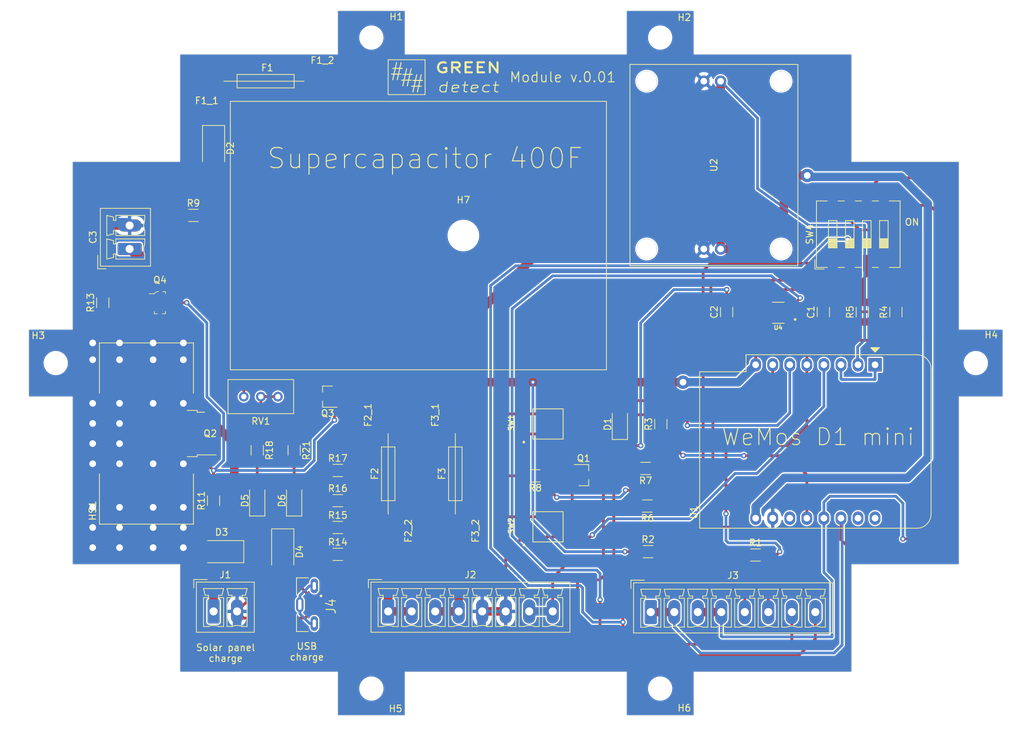
<source format=kicad_pcb>
(kicad_pcb (version 20171130) (host pcbnew "(5.1.9)-1")
  (title_block (title "Module PCB") (date 2022-02-27) (rev 0.00))
  (layers (0 F.Cu signal) (31 B.Cu signal) (34 B.Paste user) (35 F.Paste user) (36 B.SilkS user) (37 F.SilkS user) (38 B.Mask user) (39 F.Mask user) (44 Edge.Cuts user))
  (net 0 "")
  (net 1 /sen_gnd)
  (net 2 +3V3)
  (net 3 GND)
  (net 4 "Net-(C3-Pad1)")
  (net 5 +5V)
  (net 6 /cap_volt)
  (net 7 "Net-(D1-Pad2)")
  (net 8 "Net-(D2-Pad2)")
  (net 9 /Ain)
  (net 10 /DI_OneW)
  (net 11 /DI_3V3)
  (net 12 /DI_5V)
  (net 13 /sda_do)
  (net 14 /scl)
  (net 15 "Net-(Q1-Pad1)")
  (net 16 /led1)
  (net 17 /sda_ana)
  (net 18 "Net-(R6-Pad1)")
  (net 19 "Net-(R7-Pad1)")
  (net 20 /but1)
  (net 21 /but2)
  (net 22 "Net-(U1-Pad1)")
  (net 23 "Net-(J4-PadS1)")
  (net 24 "Net-(D3-Pad2)")
  (net 25 "Net-(D4-Pad2)")
  (net 26 "Net-(D4-Pad1)")
  (net 27 "Net-(D5-Pad2)")
  (net 28 "Net-(D6-Pad2)")
  (net 29 "Net-(F2_2-Pad1)")
  (net 30 "Net-(F3_2-Pad1)")
  (net 31 /chg)
  (net 32 "Net-(Q3-Pad3)")
  (net 33 /scl_ana)
  (net 34 "Net-(Q4-Pad1)")
  (net 35 "Net-(R9-Pad2)")
  (module max8815_01_bis:Max8815_01_board (layer F.Cu) (at 174.5 53 270)
    (fp_text reference U2 (at 12.5 1 90) (layer F.SilkS))
    (fp_text value MAX8815_01_board)
    (pad "" thru_hole circle (at 0 11 270) (size 3 3) (drill 3) (layers *.Cu *.Mask))
    (pad "" thru_hole circle (at 25 11 270) (size 3 3) (drill 3) (layers *.Cu *.Mask))
    (pad "" thru_hole circle (at 25 -9 270) (size 3 3) (drill 3) (layers *.Cu *.Mask))
    (pad "" thru_hole circle (at 0 -9 270) (size 3 3) (drill 3) (layers *.Cu *.Mask))
    (pad 4 thru_hole circle (at 25 2.5 270) (size 1.7 1.7) (drill 1) (layers *.Cu *.Mask) (net 3 GND))
    (pad 3 thru_hole circle (at 25 0 270) (size 1.7 1.7) (drill 1) (layers *.Cu *.Mask) (net 5 +5V))
    (pad 2 thru_hole circle (at 0 2.5 270) (size 1.7 1.7) (drill 1) (layers *.Cu *.Mask) (net 3 GND))
    (pad 1 thru_hole circle (at 0 0 270) (size 1.7 1.7) (drill 1) (layers *.Cu *.Mask) (net 6 /cap_volt))
  )
  (module green_detect:Supercap_400f_horiz (layer F.Cu) (at 86.5 78 90)
    (fp_text reference C3 (at 1.75 -5.45 90) (layer F.SilkS))
    (fp_text value 400F)
    (pad 2 thru_hole oval (at 3.5 0 90) (size 1.8 3.6) (drill 1.2) (layers *.Cu *.Mask) (net 3 GND))
    (pad 1 thru_hole roundrect (at 0 0 90) (size 1.8 3.6) (drill 1.2) (layers *.Cu *.Mask) (roundrect_rratio 0.1388888888888889) (net 4 "Net-(C3-Pad1)"))
  )
  (module Potentiometer_THT:Potentiometer_Bourns_3296W_Vertical (layer F.Cu) (at 103.5 100 180)
    (fp_text reference RV1 (at -2.54 -3.66) (layer F.SilkS))
    (fp_text value 2K)
    (pad 3 thru_hole circle (at -5.08 0 180) (size 1.44 1.44) (drill 0.8) (layers *.Cu *.Mask) (net 34 "Net-(Q4-Pad1)"))
    (pad 2 thru_hole circle (at -2.54 0 180) (size 1.44 1.44) (drill 0.8) (layers *.Cu *.Mask) (net 34 "Net-(Q4-Pad1)"))
    (pad 1 thru_hole circle (at 0 0 180) (size 1.44 1.44) (drill 0.8) (layers *.Cu *.Mask) (net 35 "Net-(R9-Pad2)"))
  )
  (module digikey-footprints:SOT-23-3 (layer F.Cu) (at 91 86)
    (fp_text reference Q4 (at 0.025 -3.375) (layer F.SilkS))
    (fp_text value PMBT2222)
    (pad 1 smd rect (at -1.05 -0.95) (size 1.3 0.6) (layers F.Cu F.Paste F.Mask) (net 34 "Net-(Q4-Pad1)"))
    (pad 2 smd rect (at -1.05 0.95) (size 1.3 0.6) (layers F.Cu F.Paste F.Mask) (net 3 GND))
    (pad 3 smd rect (at 1.05 0) (size 1.3 0.6) (layers F.Cu F.Paste F.Mask) (net 31 /chg))
  )
  (module Module:WEMOS_D1_mini_light (layer F.Cu) (at 197.5 95.25 270)
    (fp_text reference U1 (at 22 27 90) (layer F.SilkS))
    (fp_text value WeMos_D1_mini)
    (pad 16 thru_hole oval (at 22.86 0 270) (size 2 1.6) (drill 1) (layers *.Cu *.Mask))
    (pad 15 thru_hole oval (at 22.86 2.54 270) (size 2 1.6) (drill 1) (layers *.Cu *.Mask))
    (pad 14 thru_hole oval (at 22.86 5.08 270) (size 2 1.6) (drill 1) (layers *.Cu *.Mask) (net 14 /scl))
    (pad 13 thru_hole oval (at 22.86 7.62 270) (size 2 1.6) (drill 1) (layers *.Cu *.Mask) (net 13 /sda_do))
    (pad 12 thru_hole oval (at 22.86 10.16 270) (size 2 1.6) (drill 1) (layers *.Cu *.Mask) (net 16 /led1))
    (pad 11 thru_hole oval (at 22.86 12.7 270) (size 2 1.6) (drill 1) (layers *.Cu *.Mask))
    (pad 10 thru_hole oval (at 22.86 15.24 270) (size 2 1.6) (drill 1) (layers *.Cu *.Mask) (net 3 GND))
    (pad 9 thru_hole oval (at 22.86 17.78 270) (size 2 1.6) (drill 1) (layers *.Cu *.Mask) (net 5 +5V))
    (pad 8 thru_hole oval (at 0 17.78 270) (size 2 1.6) (drill 1) (layers *.Cu *.Mask) (net 2 +3V3))
    (pad 7 thru_hole oval (at 0 15.24 270) (size 2 1.6) (drill 1) (layers *.Cu *.Mask) (net 18 "Net-(R6-Pad1)"))
    (pad 6 thru_hole oval (at 0 12.7 270) (size 2 1.6) (drill 1) (layers *.Cu *.Mask) (net 20 /but1))
    (pad 5 thru_hole oval (at 0 10.16 270) (size 2 1.6) (drill 1) (layers *.Cu *.Mask) (net 11 /DI_3V3))
    (pad 4 thru_hole oval (at 0 7.62 270) (size 2 1.6) (drill 1) (layers *.Cu *.Mask) (net 21 /but2))
    (pad 3 thru_hole oval (at 0 5.08 270) (size 2 1.6) (drill 1) (layers *.Cu *.Mask) (net 22 "Net-(U1-Pad1)"))
    (pad 1 thru_hole rect (at 0 0 270) (size 2 2) (drill 1) (layers *.Cu *.Mask) (net 22 "Net-(U1-Pad1)"))
    (pad 2 thru_hole oval (at 0 2.54 270) (size 2 1.6) (drill 1) (layers *.Cu *.Mask) (net 6 /cap_volt))
  )
  (module green_detect:fuse_pad_littelfuse_01110505Z (layer F.Cu) (at 135 120 90)
    (fp_text reference F3_2 (at 0 3 90) (layer F.SilkS))
    (fp_text value clip)
    (pad 1 smd rect (at 0 0 90) (size 5 3.8) (layers F.Cu F.Paste F.Mask) (net 30 "Net-(F3_2-Pad1)"))
  )
  (module green_detect:fuse_pad_littelfuse_01110505Z (layer F.Cu) (at 135 102.75 270)
    (fp_text reference F3_1 (at 0 3 90) (layer F.SilkS))
    (fp_text value clip)
    (pad 1 smd rect (at 0 0 270) (size 5 3.8) (layers F.Cu F.Paste F.Mask) (net 2 +3V3))
  )
  (module green_detect:fuse_pad_littelfuse_01110505Z (layer F.Cu) (at 125 120 90)
    (fp_text reference F2_2 (at 0 3 90) (layer F.SilkS))
    (fp_text value clip)
    (pad 1 smd rect (at 0 0 90) (size 5 3.8) (layers F.Cu F.Paste F.Mask) (net 29 "Net-(F2_2-Pad1)"))
  )
  (module green_detect:fuse_pad_littelfuse_01110505Z (layer F.Cu) (at 115.2 52.9 180)
    (fp_text reference F1_2 (at 0 3) (layer F.SilkS))
    (fp_text value clip)
    (pad 1 smd rect (at 0 0 180) (size 5 3.8) (layers F.Cu F.Paste F.Mask) (net 6 /cap_volt))
  )
  (module green_detect:fuse_pad_littelfuse_01110505Z (layer F.Cu) (at 98 52.9)
    (fp_text reference F1_1 (at 0 3) (layer F.SilkS))
    (fp_text value clip)
    (pad 1 smd rect (at 0 0) (size 5 3.8) (layers F.Cu F.Paste F.Mask) (net 4 "Net-(C3-Pad1)"))
  )
  (module green_detect:fuse_pad_littelfuse_01110505Z (layer F.Cu) (at 125 102.75 270)
    (fp_text reference F2_1 (at 0 3 90) (layer F.SilkS))
    (fp_text value clip)
    (pad 1 smd rect (at 0 0 270) (size 5 3.8) (layers F.Cu F.Paste F.Mask) (net 5 +5V))
  )
  (module Button_Switch_SMD:SW_DIP_SPSTx04_Slide_9.78x12.34mm_W8.61mm_P2.54mm (layer F.Cu) (at 195 75.8 90)
    (fp_text reference SW4 (at 0 -7.23 90) (layer F.SilkS))
    (fp_text value SW_DIP_x04)
    (pad 8 smd rect (at 4.305 -3.81 90) (size 2.44 1.12) (layers F.Cu F.Paste F.Mask) (net 11 /DI_3V3))
    (pad 4 smd rect (at -4.305 3.81 90) (size 2.44 1.12) (layers F.Cu F.Paste F.Mask) (net 17 /sda_ana))
    (pad 7 smd rect (at 4.305 -1.27 90) (size 2.44 1.12) (layers F.Cu F.Paste F.Mask) (net 11 /DI_3V3))
    (pad 3 smd rect (at -4.305 1.27 90) (size 2.44 1.12) (layers F.Cu F.Paste F.Mask) (net 33 /scl_ana))
    (pad 6 smd rect (at 4.305 1.27 90) (size 2.44 1.12) (layers F.Cu F.Paste F.Mask) (net 14 /scl))
    (pad 2 smd rect (at -4.305 -1.27 90) (size 2.44 1.12) (layers F.Cu F.Paste F.Mask) (net 10 /DI_OneW))
    (pad 5 smd rect (at 4.305 3.81 90) (size 2.44 1.12) (layers F.Cu F.Paste F.Mask) (net 13 /sda_do))
    (pad 1 smd rect (at -4.305 -3.81 90) (size 2.44 1.12) (layers F.Cu F.Paste F.Mask) (net 19 "Net-(R7-Pad1)"))
  )
  (module Resistor_SMD:R_1206_3216Metric (layer F.Cu) (at 111 108 270)
    (fp_text reference R21 (at 0 -1.82 90) (layer F.SilkS))
    (fp_text value 1k)
    (pad 2 smd roundrect (at 1.4625 0 270) (size 1.125 1.75) (layers F.Cu F.Paste F.Mask) (roundrect_rratio 0.2222204444444444) (net 28 "Net-(D6-Pad2)"))
    (pad 1 smd roundrect (at -1.4625 0 270) (size 1.125 1.75) (layers F.Cu F.Paste F.Mask) (roundrect_rratio 0.2222204444444444) (net 32 "Net-(Q3-Pad3)"))
  )
  (module Resistor_SMD:R_1206_3216Metric (layer F.Cu) (at 105.5 108 270)
    (fp_text reference R18 (at 0 -1.82 90) (layer F.SilkS))
    (fp_text value 1k)
    (pad 2 smd roundrect (at 1.4625 0 270) (size 1.125 1.75) (layers F.Cu F.Paste F.Mask) (roundrect_rratio 0.2222204444444444) (net 27 "Net-(D5-Pad2)"))
    (pad 1 smd roundrect (at -1.4625 0 270) (size 1.125 1.75) (layers F.Cu F.Paste F.Mask) (roundrect_rratio 0.2222204444444444) (net 8 "Net-(D2-Pad2)"))
  )
  (module Resistor_SMD:R_1206_3216Metric (layer F.Cu) (at 117.5 111)
    (fp_text reference R17 (at 0 -1.82) (layer F.SilkS))
    (fp_text value 47)
    (pad 2 smd roundrect (at 1.4625 0) (size 1.125 1.75) (layers F.Cu F.Paste F.Mask) (roundrect_rratio 0.2222204444444444) (net 26 "Net-(D4-Pad1)"))
    (pad 1 smd roundrect (at -1.4625 0) (size 1.125 1.75) (layers F.Cu F.Paste F.Mask) (roundrect_rratio 0.2222204444444444) (net 8 "Net-(D2-Pad2)"))
  )
  (module Resistor_SMD:R_1206_3216Metric (layer F.Cu) (at 117.5 115.5)
    (fp_text reference R16 (at 0 -1.82) (layer F.SilkS))
    (fp_text value 47)
    (pad 2 smd roundrect (at 1.4625 0) (size 1.125 1.75) (layers F.Cu F.Paste F.Mask) (roundrect_rratio 0.2222204444444444) (net 26 "Net-(D4-Pad1)"))
    (pad 1 smd roundrect (at -1.4625 0) (size 1.125 1.75) (layers F.Cu F.Paste F.Mask) (roundrect_rratio 0.2222204444444444) (net 8 "Net-(D2-Pad2)"))
  )
  (module Resistor_SMD:R_1206_3216Metric (layer F.Cu) (at 117.5 119.5)
    (fp_text reference R15 (at 0 -1.82) (layer F.SilkS))
    (fp_text value 47)
    (pad 2 smd roundrect (at 1.4625 0) (size 1.125 1.75) (layers F.Cu F.Paste F.Mask) (roundrect_rratio 0.2222204444444444) (net 26 "Net-(D4-Pad1)"))
    (pad 1 smd roundrect (at -1.4625 0) (size 1.125 1.75) (layers F.Cu F.Paste F.Mask) (roundrect_rratio 0.2222204444444444) (net 8 "Net-(D2-Pad2)"))
  )
  (module Resistor_SMD:R_1206_3216Metric (layer F.Cu) (at 117.5 123.5)
    (fp_text reference R14 (at 0 -1.82) (layer F.SilkS))
    (fp_text value 47)
    (pad 2 smd roundrect (at 1.4625 0) (size 1.125 1.75) (layers F.Cu F.Paste F.Mask) (roundrect_rratio 0.2222204444444444) (net 26 "Net-(D4-Pad1)"))
    (pad 1 smd roundrect (at -1.4625 0) (size 1.125 1.75) (layers F.Cu F.Paste F.Mask) (roundrect_rratio 0.2222204444444444) (net 8 "Net-(D2-Pad2)"))
  )
  (module MountingHole:MountingHole_4.3mm_M4 (layer F.Cu) (at 136.2 76)
    (fp_text reference H7 (at 0 -5.3) (layer F.SilkS))
    (fp_text value "Supercap clip hole")
    (pad 1 np_thru_hole circle (at 0 0) (size 4.3 4.3) (drill 4.3) (layers *.Cu *.Mask))
  )
  (module LED_SMD:LED_1206_3216Metric (layer F.Cu) (at 111 115.5 90)
    (fp_text reference D6 (at 0 -1.82 90) (layer F.SilkS))
    (fp_text value LED)
    (pad 2 smd roundrect (at 1.4 0 90) (size 1.25 1.75) (layers F.Cu F.Paste F.Mask) (roundrect_rratio 0.2) (net 28 "Net-(D6-Pad2)"))
    (pad 1 smd roundrect (at -1.4 0 90) (size 1.25 1.75) (layers F.Cu F.Paste F.Mask) (roundrect_rratio 0.2) (net 3 GND))
  )
  (module LED_SMD:LED_1206_3216Metric (layer F.Cu) (at 105.5 115.5 90)
    (fp_text reference D5 (at 0 -1.82 90) (layer F.SilkS))
    (fp_text value LED)
    (pad 2 smd roundrect (at 1.4 0 90) (size 1.25 1.75) (layers F.Cu F.Paste F.Mask) (roundrect_rratio 0.2) (net 27 "Net-(D5-Pad2)"))
    (pad 1 smd roundrect (at -1.4 0 90) (size 1.25 1.75) (layers F.Cu F.Paste F.Mask) (roundrect_rratio 0.2) (net 3 GND))
  )
  (module Diode_SMD:D_SMA (layer F.Cu) (at 109.3 123.1 270)
    (fp_text reference D4 (at 0 -2.5 90) (layer F.SilkS))
    (fp_text value D_Schottky)
    (pad 2 smd rect (at 2 0 270) (size 2.5 1.8) (layers F.Cu F.Paste F.Mask) (net 25 "Net-(D4-Pad2)"))
    (pad 1 smd rect (at -2 0 270) (size 2.5 1.8) (layers F.Cu F.Paste F.Mask) (net 26 "Net-(D4-Pad1)"))
  )
  (module Diode_SMD:D_SMA (layer F.Cu) (at 100.1 123.1 180)
    (fp_text reference D3 (at -0.1 2.9) (layer F.SilkS))
    (fp_text value D_Schottky)
    (pad 2 smd rect (at 2 0 180) (size 2.5 1.8) (layers F.Cu F.Paste F.Mask) (net 24 "Net-(D3-Pad2)"))
    (pad 1 smd rect (at -2 0 180) (size 2.5 1.8) (layers F.Cu F.Paste F.Mask) (net 8 "Net-(D2-Pad2)"))
  )
  (module green_detect:MOLEX_1051330001 (layer F.Cu) (at 114 131 270)
    (fp_text reference J4 (at 0.245 -2.489 90) (layer F.SilkS) (effects (font (size 1.4 1.4))))
    (fp_text value Micro-USB-B)
    (pad 1 smd rect (at -1.3 0.25 270) (size 0.45 1.5) (layers F.Cu F.Paste F.Mask) (net 25 "Net-(D4-Pad2)"))
    (pad 2 smd rect (at -0.65 0.25 270) (size 0.45 1.5) (layers F.Cu F.Paste F.Mask))
    (pad 3 smd rect (at 0 0.25 270) (size 0.45 1.5) (layers F.Cu F.Paste F.Mask))
    (pad 4 smd rect (at 0.65 0.25 270) (size 0.45 1.5) (layers F.Cu F.Paste F.Mask))
    (pad 5 smd rect (at 1.3 0.25 270) (size 0.45 1.5) (layers F.Cu F.Paste F.Mask) (net 3 GND))
    (pad S3 thru_hole oval (at 0 2.15 270) (size 2.2 1.1) (drill oval 1.6 0.5) (layers *.Cu *.Mask) (net 23 "Net-(J4-PadS1)"))
    (pad S1 thru_hole oval (at -2.8 0 270) (size 2.2 1.1) (drill oval 1.2 0.5) (layers *.Cu *.Mask) (net 23 "Net-(J4-PadS1)"))
    (pad S2 thru_hole oval (at 2.8 0 270) (size 2.2 1.1) (drill oval 1.2 0.5) (layers *.Cu *.Mask) (net 23 "Net-(J4-PadS1)"))
  )
  (module MountingHole:MountingHole_3.2mm_M3 (layer F.Cu) (at 75.5 95)
    (fp_text reference H3 (at -2.6 -4.1) (layer F.SilkS))
    (fp_text value Hole)
    (pad 1 np_thru_hole circle (at 0 0) (size 3.2 3.2) (drill 3.2) (layers *.Cu *.Mask))
  )
  (module MountingHole:MountingHole_3.2mm_M3 (layer F.Cu) (at 165.5 143.5)
    (fp_text reference H6 (at 3.6 2.9) (layer F.SilkS))
    (fp_text value Hole)
    (pad 1 np_thru_hole circle (at 0 0) (size 3.2 3.2) (drill 3.2) (layers *.Cu *.Mask))
  )
  (module MountingHole:MountingHole_3.2mm_M3 (layer F.Cu) (at 122.5 143.5)
    (fp_text reference H5 (at 3.6 3) (layer F.SilkS))
    (fp_text value Hole)
    (pad 1 np_thru_hole circle (at 0 0) (size 3.2 3.2) (drill 3.2) (layers *.Cu *.Mask))
  )
  (module MountingHole:MountingHole_3.2mm_M3 (layer F.Cu) (at 212.5 95)
    (fp_text reference H4 (at 2.3 -4.2) (layer F.SilkS))
    (fp_text value Hole)
    (pad 1 np_thru_hole circle (at 0 0) (size 3.2 3.2) (drill 3.2) (layers *.Cu *.Mask))
  )
  (module MountingHole:MountingHole_3.2mm_M3 (layer F.Cu) (at 165.5 46.5)
    (fp_text reference H2 (at 3.6 -3) (layer F.SilkS))
    (fp_text value Hole)
    (pad 1 np_thru_hole circle (at 0 0) (size 3.2 3.2) (drill 3.2) (layers *.Cu *.Mask))
  )
  (module MountingHole:MountingHole_3.2mm_M3 (layer F.Cu) (at 122.5 46.5)
    (fp_text reference H1 (at 3.7 -3.1) (layer F.SilkS))
    (fp_text value Hole)
    (pad 1 np_thru_hole circle (at 0 0) (size 3.2 3.2) (drill 3.2) (layers *.Cu *.Mask))
  )
  (module green_detect:Heatsink_Fischer_FK24413D2PAK_26x13mm (layer F.Cu) (at 89 105.5 90)
    (fp_text reference HS1 (at -11.5 -8 270) (layer F.SilkS))
    (fp_text value Heatsink_Pad)
    (pad 1 smd rect (at -7.7 0 270) (size 3.25 13.2) (layers F.Cu F.Paste F.Mask) (net 3 GND))
    (pad 1 smd rect (at 7.7 0 90) (size 3.25 13.2) (layers F.Cu F.Paste F.Mask) (net 3 GND))
  )
  (module Package_TO_SOT_SMD:SOT-23 (layer F.Cu) (at 116 100 180)
    (fp_text reference Q3 (at 0 -2.5) (layer F.SilkS))
    (fp_text value BC857)
    (pad 1 smd rect (at -1 -0.95 180) (size 0.9 0.8) (layers F.Cu F.Paste F.Mask) (net 31 /chg))
    (pad 2 smd rect (at -1 0.95 180) (size 0.9 0.8) (layers F.Cu F.Paste F.Mask) (net 8 "Net-(D2-Pad2)"))
    (pad 3 smd rect (at 1 0 180) (size 0.9 0.8) (layers F.Cu F.Paste F.Mask) (net 32 "Net-(Q3-Pad3)"))
  )
  (module green_detect:SOT95P280X145-5N (layer F.Cu) (at 183.1 87.5 180)
    (fp_text reference U4 (at 0.032 -2.2064) (layer F.SilkS) (effects (font (size 0.64 0.64))))
    (fp_text value MCP3221A5T-I_OT)
    (pad 5 smd roundrect (at 1.245 -0.95 180) (size 1.22 0.6) (layers F.Cu F.Paste F.Mask) (roundrect_rratio 0.15) (net 33 /scl_ana))
    (pad 4 smd roundrect (at 1.245 0.95 180) (size 1.22 0.6) (layers F.Cu F.Paste F.Mask) (roundrect_rratio 0.15) (net 17 /sda_ana))
    (pad 3 smd roundrect (at -1.245 0.95 180) (size 1.22 0.6) (layers F.Cu F.Paste F.Mask) (roundrect_rratio 0.15) (net 9 /Ain))
    (pad 2 smd roundrect (at -1.245 0 180) (size 1.22 0.6) (layers F.Cu F.Paste F.Mask) (roundrect_rratio 0.15) (net 1 /sen_gnd))
    (pad 1 smd roundrect (at -1.245 -0.95 180) (size 1.22 0.6) (layers F.Cu F.Paste F.Mask) (roundrect_rratio 0.15) (net 2 +3V3))
  )
  (module green_detect:SW_TL3305AF260QG (layer F.Cu) (at 148.8 119.4 90)
    (fp_text reference SW2 (at 0.16155 -5.48386 90) (layer F.SilkS) (effects (font (size 0.8 0.8))))
    (fp_text value Button2)
    (pad 4 smd rect (at 1.5 3.6 90) (size 1.4 1.6) (layers F.Cu F.Paste F.Mask) (net 3 GND))
    (pad 3 smd rect (at 1.5 -3.6 90) (size 1.4 1.6) (layers F.Cu F.Paste F.Mask) (net 3 GND))
    (pad 2 smd rect (at -1.5 3.6 90) (size 1.4 1.6) (layers F.Cu F.Paste F.Mask) (net 21 /but2))
    (pad 1 smd rect (at -1.5 -3.6 90) (size 1.4 1.6) (layers F.Cu F.Paste F.Mask) (net 21 /but2))
  )
  (module green_detect:SW_TL3305AF260QG (layer F.Cu) (at 148.8 104.07 90)
    (fp_text reference SW1 (at 0.16155 -5.48386 90) (layer F.SilkS) (effects (font (size 0.8 0.8))))
    (fp_text value Button1)
    (pad 4 smd rect (at 1.5 3.6 90) (size 1.4 1.6) (layers F.Cu F.Paste F.Mask) (net 3 GND))
    (pad 3 smd rect (at 1.5 -3.6 90) (size 1.4 1.6) (layers F.Cu F.Paste F.Mask) (net 3 GND))
    (pad 2 smd rect (at -1.5 3.6 90) (size 1.4 1.6) (layers F.Cu F.Paste F.Mask) (net 20 /but1))
    (pad 1 smd rect (at -1.5 -3.6 90) (size 1.4 1.6) (layers F.Cu F.Paste F.Mask) (net 20 /but1))
  )
  (module Resistor_SMD:R_1206_3216Metric (layer F.Cu) (at 82.5 86 90)
    (fp_text reference R13 (at 0 -1.82 90) (layer F.SilkS))
    (fp_text value 560)
    (pad 1 smd roundrect (at -1.4625 0 90) (size 1.125 1.75) (layers F.Cu F.Paste F.Mask) (roundrect_rratio 0.2222204444444444) (net 34 "Net-(Q4-Pad1)"))
    (pad 2 smd roundrect (at 1.4625 0 90) (size 1.125 1.75) (layers F.Cu F.Paste F.Mask) (roundrect_rratio 0.2222204444444444) (net 3 GND))
  )
  (module Resistor_SMD:R_1206_3216Metric (layer F.Cu) (at 99 115.5 90)
    (fp_text reference R11 (at 0 -1.82 90) (layer F.SilkS))
    (fp_text value 560)
    (pad 1 smd roundrect (at -1.4625 0 90) (size 1.125 1.75) (layers F.Cu F.Paste F.Mask) (roundrect_rratio 0.2222204444444444) (net 8 "Net-(D2-Pad2)"))
    (pad 2 smd roundrect (at 1.4625 0 90) (size 1.125 1.75) (layers F.Cu F.Paste F.Mask) (roundrect_rratio 0.2222204444444444) (net 31 /chg))
  )
  (module Resistor_SMD:R_1206_3216Metric (layer F.Cu) (at 96 73)
    (fp_text reference R9 (at 0 -1.82) (layer F.SilkS))
    (fp_text value 1k)
    (pad 1 smd roundrect (at -1.4625 0) (size 1.125 1.75) (layers F.Cu F.Paste F.Mask) (roundrect_rratio 0.2222204444444444) (net 8 "Net-(D2-Pad2)"))
    (pad 2 smd roundrect (at 1.4625 0) (size 1.125 1.75) (layers F.Cu F.Paste F.Mask) (roundrect_rratio 0.2222204444444444) (net 35 "Net-(R9-Pad2)"))
  )
  (module Resistor_SMD:R_1206_3216Metric (layer F.Cu) (at 146.9 111.8 180)
    (fp_text reference R8 (at 0 -1.82) (layer F.SilkS))
    (fp_text value 6,8k)
    (pad 2 smd roundrect (at 1.4625 0 180) (size 1.125 1.75) (layers F.Cu F.Paste F.Mask) (roundrect_rratio 0.2222204444444444) (net 3 GND))
    (pad 1 smd roundrect (at -1.4625 0 180) (size 1.125 1.75) (layers F.Cu F.Paste F.Mask) (roundrect_rratio 0.2222204444444444) (net 15 "Net-(Q1-Pad1)"))
  )
  (module Resistor_SMD:R_1206_3216Metric (layer F.Cu) (at 163.3375 110.7 180)
    (fp_text reference R7 (at 0 -1.82) (layer F.SilkS))
    (fp_text value 3,3K)
    (pad 2 smd roundrect (at 1.4625 0 180) (size 1.125 1.75) (layers F.Cu F.Paste F.Mask) (roundrect_rratio 0.2222204444444444) (net 3 GND))
    (pad 1 smd roundrect (at -1.4625 0 180) (size 1.125 1.75) (layers F.Cu F.Paste F.Mask) (roundrect_rratio 0.2222204444444444) (net 19 "Net-(R7-Pad1)"))
  )
  (module Resistor_SMD:R_1206_3216Metric (layer F.Cu) (at 163.6 116.3 180)
    (fp_text reference R6 (at 0 -1.82) (layer F.SilkS))
    (fp_text value 150)
    (pad 2 smd roundrect (at 1.4625 0 180) (size 1.125 1.75) (layers F.Cu F.Paste F.Mask) (roundrect_rratio 0.2222204444444444) (net 15 "Net-(Q1-Pad1)"))
    (pad 1 smd roundrect (at -1.4625 0 180) (size 1.125 1.75) (layers F.Cu F.Paste F.Mask) (roundrect_rratio 0.2222204444444444) (net 18 "Net-(R6-Pad1)"))
  )
  (module Resistor_SMD:R_1206_3216Metric (layer F.Cu) (at 195.6 87.4 90)
    (fp_text reference R5 (at 0 -1.82 90) (layer F.SilkS))
    (fp_text value 4,7K)
    (pad 2 smd roundrect (at 1.4625 0 90) (size 1.125 1.75) (layers F.Cu F.Paste F.Mask) (roundrect_rratio 0.2222204444444444) (net 33 /scl_ana))
    (pad 1 smd roundrect (at -1.4625 0 90) (size 1.125 1.75) (layers F.Cu F.Paste F.Mask) (roundrect_rratio 0.2222204444444444) (net 2 +3V3))
  )
  (module Resistor_SMD:R_1206_3216Metric (layer F.Cu) (at 200.6 87.4 90)
    (fp_text reference R4 (at 0 -1.82 90) (layer F.SilkS))
    (fp_text value 4,7K)
    (pad 2 smd roundrect (at 1.4625 0 90) (size 1.125 1.75) (layers F.Cu F.Paste F.Mask) (roundrect_rratio 0.2222204444444444) (net 17 /sda_ana))
    (pad 1 smd roundrect (at -1.4625 0 90) (size 1.125 1.75) (layers F.Cu F.Paste F.Mask) (roundrect_rratio 0.2222204444444444) (net 2 +3V3))
  )
  (module Resistor_SMD:R_1206_3216Metric (layer F.Cu) (at 165.6 104.1 90)
    (fp_text reference R3 (at 0 -1.82 90) (layer F.SilkS))
    (fp_text value 1K)
    (pad 2 smd roundrect (at 1.4625 0 90) (size 1.125 1.75) (layers F.Cu F.Paste F.Mask) (roundrect_rratio 0.2222204444444444) (net 7 "Net-(D1-Pad2)"))
    (pad 1 smd roundrect (at -1.4625 0 90) (size 1.125 1.75) (layers F.Cu F.Paste F.Mask) (roundrect_rratio 0.2222204444444444) (net 16 /led1))
  )
  (module Resistor_SMD:R_1206_3216Metric (layer F.Cu) (at 163.7 123.1)
    (fp_text reference R2 (at 0 -1.82) (layer F.SilkS))
    (fp_text value 4,7K)
    (pad 2 smd roundrect (at 1.4625 0) (size 1.125 1.75) (layers F.Cu F.Paste F.Mask) (roundrect_rratio 0.2222204444444444) (net 10 /DI_OneW))
    (pad 1 smd roundrect (at -1.4625 0) (size 1.125 1.75) (layers F.Cu F.Paste F.Mask) (roundrect_rratio 0.2222204444444444) (net 2 +3V3))
  )
  (module Resistor_SMD:R_1206_3216Metric (layer F.Cu) (at 179.7 123.6)
    (fp_text reference R1 (at 0 -1.82) (layer F.SilkS))
    (fp_text value 2K)
    (pad 2 smd roundrect (at 1.4625 0) (size 1.125 1.75) (layers F.Cu F.Paste F.Mask) (roundrect_rratio 0.2222204444444444) (net 11 /DI_3V3))
    (pad 1 smd roundrect (at -1.4625 0) (size 1.125 1.75) (layers F.Cu F.Paste F.Mask) (roundrect_rratio 0.2222204444444444) (net 12 /DI_5V))
  )
  (module Package_TO_SOT_SMD:TO-252-2 (layer F.Cu) (at 94.1 105.5 180)
    (fp_text reference Q2 (at -4.4 0) (layer F.SilkS))
    (fp_text value TIP42C)
    (pad 2 smd rect (at 2.1 0 180) (size 6.4 5.8) (layers F.Cu F.Mask) (net 3 GND))
    (pad 3 smd rect (at -4.2 2.28 180) (size 2.2 1.2) (layers F.Cu F.Paste F.Mask) (net 8 "Net-(D2-Pad2)"))
    (pad 1 smd rect (at -4.2 -2.28 180) (size 2.2 1.2) (layers F.Cu F.Paste F.Mask) (net 31 /chg))
  )
  (module Package_TO_SOT_SMD:SOT-23 (layer F.Cu) (at 154.1 111.7)
    (fp_text reference Q1 (at 0 -2.5) (layer F.SilkS))
    (fp_text value AO3400A)
    (pad 3 smd rect (at 1 0) (size 0.9 0.8) (layers F.Cu F.Paste F.Mask) (net 1 /sen_gnd))
    (pad 2 smd rect (at -1 0.95) (size 0.9 0.8) (layers F.Cu F.Paste F.Mask) (net 3 GND))
    (pad 1 smd rect (at -1 -0.95) (size 0.9 0.8) (layers F.Cu F.Paste F.Mask) (net 15 "Net-(Q1-Pad1)"))
  )
  (module Connector_Phoenix_MC:PhoenixContact_MCV_1,5_8-G-3.5_1x08_P3.50mm_Vertical (layer F.Cu) (at 164.1 132.1)
    (fp_text reference J3 (at 12.25 -5.45) (layer F.SilkS))
    (fp_text value Conn_01x08)
    (pad 8 thru_hole oval (at 24.5 0) (size 1.8 3.6) (drill 1.2) (layers *.Cu *.Mask) (net 9 /Ain))
    (pad 7 thru_hole oval (at 21 0) (size 1.8 3.6) (drill 1.2) (layers *.Cu *.Mask) (net 10 /DI_OneW))
    (pad 6 thru_hole oval (at 17.5 0) (size 1.8 3.6) (drill 1.2) (layers *.Cu *.Mask) (net 11 /DI_3V3))
    (pad 5 thru_hole oval (at 14 0) (size 1.8 3.6) (drill 1.2) (layers *.Cu *.Mask) (net 12 /DI_5V))
    (pad 4 thru_hole oval (at 10.5 0) (size 1.8 3.6) (drill 1.2) (layers *.Cu *.Mask) (net 13 /sda_do))
    (pad 3 thru_hole oval (at 7 0) (size 1.8 3.6) (drill 1.2) (layers *.Cu *.Mask) (net 13 /sda_do))
    (pad 2 thru_hole oval (at 3.5 0) (size 1.8 3.6) (drill 1.2) (layers *.Cu *.Mask) (net 14 /scl))
    (pad 1 thru_hole roundrect (at 0 0) (size 1.8 3.6) (drill 1.2) (layers *.Cu *.Mask) (roundrect_rratio 0.1388888888888889) (net 14 /scl))
  )
  (module Connector_Phoenix_MC:PhoenixContact_MCV_1,5_8-G-3.5_1x08_P3.50mm_Vertical (layer F.Cu) (at 125 132)
    (fp_text reference J2 (at 12.25 -5.45) (layer F.SilkS))
    (fp_text value Conn_01x08)
    (pad 8 thru_hole oval (at 24.5 0) (size 1.8 3.6) (drill 1.2) (layers *.Cu *.Mask) (net 1 /sen_gnd))
    (pad 7 thru_hole oval (at 21 0) (size 1.8 3.6) (drill 1.2) (layers *.Cu *.Mask) (net 1 /sen_gnd))
    (pad 6 thru_hole oval (at 17.5 0) (size 1.8 3.6) (drill 1.2) (layers *.Cu *.Mask) (net 3 GND))
    (pad 5 thru_hole oval (at 14 0) (size 1.8 3.6) (drill 1.2) (layers *.Cu *.Mask) (net 3 GND))
    (pad 4 thru_hole oval (at 10.5 0) (size 1.8 3.6) (drill 1.2) (layers *.Cu *.Mask) (net 30 "Net-(F3_2-Pad1)"))
    (pad 3 thru_hole oval (at 7 0) (size 1.8 3.6) (drill 1.2) (layers *.Cu *.Mask) (net 30 "Net-(F3_2-Pad1)"))
    (pad 2 thru_hole oval (at 3.5 0) (size 1.8 3.6) (drill 1.2) (layers *.Cu *.Mask) (net 29 "Net-(F2_2-Pad1)"))
    (pad 1 thru_hole roundrect (at 0 0) (size 1.8 3.6) (drill 1.2) (layers *.Cu *.Mask) (roundrect_rratio 0.1388888888888889) (net 29 "Net-(F2_2-Pad1)"))
  )
  (module Connector_Phoenix_MC:PhoenixContact_MCV_1,5_2-G-3.5_1x02_P3.50mm_Vertical (layer F.Cu) (at 99 132)
    (fp_text reference J1 (at 1.75 -5.45) (layer F.SilkS))
    (fp_text value Conn_01x02)
    (pad 2 thru_hole oval (at 3.5 0) (size 1.8 3.6) (drill 1.2) (layers *.Cu *.Mask) (net 3 GND))
    (pad 1 thru_hole roundrect (at 0 0) (size 1.8 3.6) (drill 1.2) (layers *.Cu *.Mask) (roundrect_rratio 0.1388888888888889) (net 24 "Net-(D3-Pad2)"))
  )
  (module Diode_SMD:D_SMA (layer F.Cu) (at 99 63 270)
    (fp_text reference D2 (at 0 -2.5 90) (layer F.SilkS))
    (fp_text value D_Schottky)
    (pad 2 smd rect (at 2 0 270) (size 2.5 1.8) (layers F.Cu F.Paste F.Mask) (net 8 "Net-(D2-Pad2)"))
    (pad 1 smd rect (at -2 0 270) (size 2.5 1.8) (layers F.Cu F.Paste F.Mask) (net 4 "Net-(C3-Pad1)"))
  )
  (module LED_SMD:LED_1206_3216Metric (layer F.Cu) (at 159.5 104.1 90)
    (fp_text reference D1 (at 0 -1.82 90) (layer F.SilkS))
    (fp_text value LED)
    (pad 2 smd roundrect (at 1.4 0 90) (size 1.25 1.75) (layers F.Cu F.Paste F.Mask) (roundrect_rratio 0.2) (net 7 "Net-(D1-Pad2)"))
    (pad 1 smd roundrect (at -1.4 0 90) (size 1.25 1.75) (layers F.Cu F.Paste F.Mask) (roundrect_rratio 0.2) (net 1 /sen_gnd))
  )
  (module Capacitor_SMD:C_1206_3216Metric (layer F.Cu) (at 175.4 87.4 90)
    (fp_text reference C2 (at 0 -1.85 90) (layer F.SilkS))
    (fp_text value 100nF)
    (pad 2 smd roundrect (at 1.475 0 90) (size 1.15 1.8) (layers F.Cu F.Paste F.Mask) (roundrect_rratio 0.2173904347826087) (net 1 /sen_gnd))
    (pad 1 smd roundrect (at -1.475 0 90) (size 1.15 1.8) (layers F.Cu F.Paste F.Mask) (roundrect_rratio 0.2173904347826087) (net 2 +3V3))
  )
  (module Capacitor_SMD:C_1206_3216Metric (layer F.Cu) (at 189.8 87.4 90)
    (fp_text reference C1 (at 0 -1.85 90) (layer F.SilkS))
    (fp_text value 10uF)
    (pad 2 smd roundrect (at 1.475 0 90) (size 1.15 1.8) (layers F.Cu F.Paste F.Mask) (roundrect_rratio 0.2173904347826087) (net 1 /sen_gnd))
    (pad 1 smd roundrect (at -1.475 0 90) (size 1.15 1.8) (layers F.Cu F.Paste F.Mask) (roundrect_rratio 0.2173904347826087) (net 2 +3V3))
  )
  (gr_text "USB\ncharge" (at 112.9 138) (layer F.SilkS) (effects (font (size 1 1))))
  (gr_text "Solar panel\ncharge" (at 100.8 138.2) (layer F.SilkS) (effects (font (size 1 1))))
  (gr_text "Module v.0.01" (at 151 52.4) (layer F.SilkS) (effects (font (size 1.5 1.5))))
  (gr_text detect (at 136.9 53.9) (layer F.SilkS) (effects (font (size 1.5 2) (thickness 0.15) italic)))
  (gr_text GREEN (at 136.9 51) (layer F.SilkS) (effects (font (size 1.5 2) (thickness 0.3))))
  (gr_text "#" (at 129.3 53.3) (layer F.SilkS) (effects (font (size 2 2))))
  (gr_text "#" (at 127.8 52.4) (layer F.SilkS) (effects (font (size 2 2))))
  (gr_text "#" (at 126.3 51.5) (layer F.SilkS) (effects (font (size 2 2))))
  (gr_line (start 125 55) (end 125 49.8) (layer F.SilkS) (width 0.12))
  (gr_line (start 130.5 55) (end 125 55) (layer F.SilkS) (width 0.12))
  (gr_line (start 130.5 49.8) (end 130.5 55) (layer F.SilkS) (width 0.12))
  (gr_line (start 125 49.8) (end 130.5 49.8) (layer F.SilkS) (width 0.12))
  (gr_text F3 (at 133 111.5 90) (layer F.SilkS) (effects (font (size 1 1))))
  (gr_text F2 (at 123 111.5 90) (layer F.SilkS) (effects (font (size 1 1))))
  (gr_line (start 134 115.5) (end 134 107.5) (layer F.SilkS) (width 0.12))
  (gr_line (start 136 115.5) (end 134 115.5) (layer F.SilkS) (width 0.12))
  (gr_line (start 136 107.5) (end 136 115.5) (layer F.SilkS) (width 0.12))
  (gr_line (start 134 107.5) (end 136 107.5) (layer F.SilkS) (width 0.12))
  (gr_line (start 124 115.5) (end 124 107.5) (layer F.SilkS) (width 0.12))
  (gr_line (start 126 115.5) (end 124 115.5) (layer F.SilkS) (width 0.12))
  (gr_line (start 126 107.5) (end 126 115.5) (layer F.SilkS) (width 0.12))
  (gr_line (start 124 107.5) (end 126 107.5) (layer F.SilkS) (width 0.12))
  (gr_line (start 135 105.5) (end 135 117.5) (layer F.SilkS) (width 0.12))
  (gr_line (start 125 105.5) (end 125 117.5) (layer F.SilkS) (width 0.12))
  (gr_text F1 (at 107 51) (layer F.SilkS) (effects (font (size 1 1))))
  (gr_line (start 102.5 54) (end 102.5 52) (layer F.SilkS) (width 0.12))
  (gr_line (start 111 54) (end 102.5 54) (layer F.SilkS) (width 0.12))
  (gr_line (start 111 52) (end 111 54) (layer F.SilkS) (width 0.12))
  (gr_line (start 102.5 52) (end 111 52) (layer F.SilkS) (width 0.12))
  (gr_line (start 100.5 53) (end 112.5 53) (layer F.SilkS) (width 0.12))
  (gr_text "Supercapacitor 400F" (at 130.5 64.5) (layer F.SilkS) (effects (font (size 3 3))))
  (gr_text "WeMos D1 mini" (at 189 106) (layer F.SilkS) (effects (font (size 2.5 2.5))))
  (gr_text ON (at 203 74) (layer F.SilkS) (effects (font (size 1 1))))
  (gr_line (start 78 65) (end 78 90) (layer Edge.Cuts) (width 0.05))
  (gr_line (start 94 65) (end 78 65) (layer Edge.Cuts) (width 0.05))
  (gr_line (start 94 49) (end 94 65) (layer Edge.Cuts) (width 0.05))
  (gr_line (start 117.5 49) (end 94 49) (layer Edge.Cuts) (width 0.05))
  (gr_line (start 117.5 42.5) (end 117.5 49) (layer Edge.Cuts) (width 0.05))
  (gr_line (start 127.5 42.5) (end 117.5 42.5) (layer Edge.Cuts) (width 0.05))
  (gr_line (start 127.5 49) (end 127.5 42.5) (layer Edge.Cuts) (width 0.05))
  (gr_line (start 160.5 49) (end 127.5 49) (layer Edge.Cuts) (width 0.05))
  (gr_line (start 160.5 42.5) (end 160.5 49) (layer Edge.Cuts) (width 0.05))
  (gr_line (start 170.5 42.5) (end 160.5 42.5) (layer Edge.Cuts) (width 0.05))
  (gr_line (start 170.5 49) (end 170.5 42.5) (layer Edge.Cuts) (width 0.05))
  (gr_line (start 194 49) (end 170.5 49) (layer Edge.Cuts) (width 0.05))
  (gr_line (start 194 65) (end 194 49) (layer Edge.Cuts) (width 0.05))
  (gr_line (start 210 65) (end 194 65) (layer Edge.Cuts) (width 0.05))
  (gr_line (start 210 90) (end 210 65) (layer Edge.Cuts) (width 0.05))
  (gr_line (start 216.5 90) (end 210 90) (layer Edge.Cuts) (width 0.05))
  (gr_line (start 216.5 100) (end 216.5 90) (layer Edge.Cuts) (width 0.05))
  (gr_line (start 210 100) (end 216.5 100) (layer Edge.Cuts) (width 0.05))
  (gr_line (start 210 125) (end 210 100) (layer Edge.Cuts) (width 0.05))
  (gr_line (start 194 125) (end 210 125) (layer Edge.Cuts) (width 0.05))
  (gr_line (start 194 141) (end 194 125) (layer Edge.Cuts) (width 0.05))
  (gr_line (start 170.5 141) (end 194 141) (layer Edge.Cuts) (width 0.05))
  (gr_line (start 170.5 147.5) (end 170.5 141) (layer Edge.Cuts) (width 0.05))
  (gr_line (start 160.5 147.5) (end 170.5 147.5) (layer Edge.Cuts) (width 0.05))
  (gr_line (start 160.5 141) (end 160.5 147.5) (layer Edge.Cuts) (width 0.05))
  (gr_line (start 127.5 141) (end 160.5 141) (layer Edge.Cuts) (width 0.05))
  (gr_line (start 127.5 147.5) (end 127.5 141) (layer Edge.Cuts) (width 0.05))
  (gr_line (start 117.5 147.5) (end 127.5 147.5) (layer Edge.Cuts) (width 0.05))
  (gr_line (start 117.5 141) (end 117.5 147.5) (layer Edge.Cuts) (width 0.05))
  (gr_line (start 94 141) (end 117.5 141) (layer Edge.Cuts) (width 0.05))
  (gr_line (start 94 125) (end 94 141) (layer Edge.Cuts) (width 0.05))
  (gr_line (start 78 125) (end 94 125) (layer Edge.Cuts) (width 0.05))
  (gr_line (start 78 100) (end 78 125) (layer Edge.Cuts) (width 0.05))
  (gr_line (start 71.5 100) (end 78 100) (layer Edge.Cuts) (width 0.05))
  (gr_line (start 71.5 90) (end 71.5 100) (layer Edge.Cuts) (width 0.05))
  (gr_line (start 78 90) (end 71.5 90) (layer Edge.Cuts) (width 0.05))
  (segment (start 149.5 132) (end 146 132) (width 1.27) (layer B.Cu) (net 1))
  (segment (start 184.345 87.5) (end 186.4 87.5) (width 0.4064) (layer F.Cu) (net 1))
  (segment (start 187.975 85.925) (end 189.8 85.925) (width 0.4064) (layer F.Cu) (net 1))
  (segment (start 186.4 87.5) (end 187.975 85.925) (width 0.4064) (layer F.Cu) (net 1))
  (segment (start 175.4 85.925) (end 178.425 85.925) (width 0.4064) (layer F.Cu) (net 1))
  (segment (start 180 87.5) (end 184.345 87.5) (width 0.4064) (layer F.Cu) (net 1))
  (segment (start 178.425 85.925) (end 180 87.5) (width 0.4064) (layer F.Cu) (net 1))
  (segment (start 149.5 132) (end 149.5 127) (width 0.4064) (layer F.Cu) (net 1))
  (segment (start 149.5 127) (end 151.8 124.7) (width 0.4064) (layer F.Cu) (net 1))
  (segment (start 151.8 124.7) (end 156.05 124.7) (width 0.4064) (layer F.Cu) (net 1))
  (segment (start 156.05 124.7) (end 157.05 123.7) (width 0.4064) (layer F.Cu) (net 1))
  (segment (start 157.05 107.95) (end 159.5 105.5) (width 0.4064) (layer F.Cu) (net 1))
  (segment (start 156.9 111.7) (end 157.05 111.55) (width 0.4064) (layer F.Cu) (net 1))
  (segment (start 157.05 111.55) (end 157.05 107.95) (width 0.4064) (layer F.Cu) (net 1))
  (segment (start 155.1 111.7) (end 156.9 111.7) (width 0.4064) (layer F.Cu) (net 1))
  (segment (start 157.05 123.7) (end 157.05 111.55) (width 0.4064) (layer F.Cu) (net 1))
  (via (at 175.4 84.05) (size 0.8) (drill 0.4) (layers F.Cu B.Cu) (net 1))
  (segment (start 175.4 85.925) (end 175.4 84.05) (width 0.4064) (layer F.Cu) (net 1))
  (segment (start 175.4 84.05) (end 167.55 84.05) (width 0.4064) (layer B.Cu) (net 1))
  (via (at 162.6 107.3) (size 0.8) (drill 0.4) (layers F.Cu B.Cu) (net 1))
  (segment (start 162.6 89) (end 162.6 107.3) (width 0.4064) (layer B.Cu) (net 1))
  (segment (start 167.55 84.05) (end 162.6 89) (width 0.4064) (layer B.Cu) (net 1))
  (segment (start 161.3 107.3) (end 159.5 105.5) (width 0.4064) (layer F.Cu) (net 1))
  (segment (start 162.6 107.3) (end 161.3 107.3) (width 0.4064) (layer F.Cu) (net 1))
  (segment (start 185.075 88.875) (end 189.8 88.875) (width 0.4064) (layer F.Cu) (net 2))
  (segment (start 184.65 88.45) (end 185.075 88.875) (width 0.4064) (layer F.Cu) (net 2))
  (segment (start 184.345 88.45) (end 184.65 88.45) (width 0.4064) (layer F.Cu) (net 2))
  (segment (start 195.5875 88.875) (end 195.6 88.8625) (width 0.4064) (layer F.Cu) (net 2))
  (segment (start 175.4 88.875) (end 175.4 90.3) (width 0.4064) (layer F.Cu) (net 2))
  (segment (start 175.4 90.3) (end 176.3 91.2) (width 0.4064) (layer F.Cu) (net 2))
  (segment (start 184.5 88.605) (end 184.345 88.45) (width 0.4064) (layer F.Cu) (net 2))
  (segment (start 184.5 91.2) (end 184.5 88.605) (width 0.4064) (layer F.Cu) (net 2))
  (segment (start 179.72 91.22) (end 179.7 91.2) (width 0.4064) (layer F.Cu) (net 2))
  (segment (start 179.72 95.25) (end 179.72 91.22) (width 0.4064) (layer F.Cu) (net 2))
  (segment (start 179.7 91.2) (end 184.5 91.2) (width 0.4064) (layer F.Cu) (net 2))
  (segment (start 176.3 91.2) (end 179.7 91.2) (width 0.4064) (layer F.Cu) (net 2))
  (segment (start 135 102.75) (end 135 102.2) (width 1.27) (layer F.Cu) (net 2))
  (segment (start 200.5875 88.875) (end 200.6 88.8625) (width 0.4064) (layer F.Cu) (net 2))
  (segment (start 189.8 88.875) (end 200.5875 88.875) (width 0.4064) (layer F.Cu) (net 2))
  (segment (start 135 102.75) (end 135 102.1) (width 1.27) (layer F.Cu) (net 2))
  (segment (start 135 102.1) (end 139.25 97.85) (width 1.27) (layer F.Cu) (net 2))
  (segment (start 168.9 97.85) (end 168.9 97.85) (width 1.27) (layer F.Cu) (net 2))
  (via (at 168.9 97.85) (size 2) (drill 1) (layers F.Cu B.Cu) (net 2))
  (segment (start 177.12 97.85) (end 179.72 95.25) (width 1.27) (layer B.Cu) (net 2))
  (segment (start 168.9 97.85) (end 177.12 97.85) (width 1.27) (layer B.Cu) (net 2))
  (via (at 160.25 123.1) (size 0.8) (drill 0.4) (layers F.Cu B.Cu) (net 2))
  (segment (start 162.2375 123.1) (end 160.25 123.1) (width 0.4064) (layer F.Cu) (net 2))
  (segment (start 160.25 123.1) (end 151.3 123.1) (width 0.4064) (layer B.Cu) (net 2))
  (segment (start 151.3 123.1) (end 146.55 118.35) (width 0.4064) (layer B.Cu) (net 2))
  (via (at 146.55 97.85) (size 0.8) (drill 0.4) (layers F.Cu B.Cu) (net 2))
  (segment (start 146.55 110.1) (end 146.55 97.85) (width 0.4064) (layer B.Cu) (net 2))
  (segment (start 146.55 97.85) (end 168.9 97.85) (width 1.27) (layer F.Cu) (net 2))
  (segment (start 139.25 97.85) (end 146.55 97.85) (width 1.27) (layer F.Cu) (net 2))
  (segment (start 146.55 118.35) (end 146.55 110.1) (width 0.4064) (layer B.Cu) (net 2))
  (via (at 85 94.5) (size 2) (drill 1) (layers F.Cu B.Cu) (net 3))
  (via (at 81 94.5) (size 2) (drill 1) (layers F.Cu B.Cu) (net 3))
  (via (at 94.5 94.5) (size 2) (drill 1) (layers F.Cu B.Cu) (net 3))
  (via (at 90 94.5) (size 2) (drill 1) (layers F.Cu B.Cu) (net 3))
  (via (at 85 101) (size 2) (drill 1) (layers F.Cu B.Cu) (net 3))
  (via (at 81 101) (size 2) (drill 1) (layers F.Cu B.Cu) (net 3))
  (via (at 94.5 101) (size 2) (drill 1) (layers F.Cu B.Cu) (net 3))
  (via (at 90 101) (size 2) (drill 1) (layers F.Cu B.Cu) (net 3))
  (via (at 85 110) (size 2) (drill 1) (layers F.Cu B.Cu) (net 3))
  (via (at 81 110) (size 2) (drill 1) (layers F.Cu B.Cu) (net 3))
  (via (at 94.5 110) (size 2) (drill 1) (layers F.Cu B.Cu) (net 3))
  (via (at 90 110) (size 2) (drill 1) (layers F.Cu B.Cu) (net 3))
  (via (at 85 116.5) (size 2) (drill 1) (layers F.Cu B.Cu) (net 3))
  (via (at 81 116.5) (size 2) (drill 1) (layers F.Cu B.Cu) (net 3))
  (via (at 94.5 116.5) (size 2) (drill 1) (layers F.Cu B.Cu) (net 3))
  (via (at 90 116.5) (size 2) (drill 1) (layers F.Cu B.Cu) (net 3))
  (via (at 85 119.5) (size 2) (drill 1) (layers F.Cu B.Cu) (net 3))
  (via (at 81 119.5) (size 2) (drill 1) (layers F.Cu B.Cu) (net 3))
  (via (at 94.5 119.5) (size 2) (drill 1) (layers F.Cu B.Cu) (net 3))
  (via (at 90 119.5) (size 2) (drill 1) (layers F.Cu B.Cu) (net 3))
  (via (at 85 122.5) (size 2) (drill 1) (layers F.Cu B.Cu) (net 3))
  (via (at 81 122.5) (size 2) (drill 1) (layers F.Cu B.Cu) (net 3))
  (via (at 94.5 122.5) (size 2) (drill 1) (layers F.Cu B.Cu) (net 3))
  (via (at 90 122.5) (size 2) (drill 1) (layers F.Cu B.Cu) (net 3))
  (via (at 85 104) (size 2) (drill 1) (layers F.Cu B.Cu) (net 3))
  (via (at 85 107) (size 2) (drill 1) (layers F.Cu B.Cu) (net 3))
  (via (at 81 107) (size 2) (drill 1) (layers F.Cu B.Cu) (net 3))
  (via (at 81 104) (size 2) (drill 1) (layers F.Cu B.Cu) (net 3))
  (segment (start 113.3 132.3) (end 112.6 133) (width 0.4064) (layer F.Cu) (net 3))
  (segment (start 113.75 132.3) (end 113.3 132.3) (width 0.4064) (layer F.Cu) (net 3))
  (segment (start 103.5 133) (end 102.5 132) (width 0.4064) (layer F.Cu) (net 3))
  (segment (start 112.6 133) (end 103.5 133) (width 0.4064) (layer F.Cu) (net 3))
  (segment (start 80 88) (end 80 74) (width 1.27) (layer B.Cu) (net 3))
  (segment (start 94 121) (end 81 121) (width 1.27) (layer B.Cu) (net 3))
  (segment (start 96 123) (end 94 121) (width 1.27) (layer B.Cu) (net 3))
  (segment (start 96 138) (end 96 123) (width 1.27) (layer B.Cu) (net 3))
  (segment (start 81 89) (end 80 88) (width 1.27) (layer B.Cu) (net 3))
  (segment (start 81 121) (end 81 92) (width 1.27) (layer B.Cu) (net 3))
  (segment (start 102.5 137.5) (end 102 138) (width 1.27) (layer B.Cu) (net 3))
  (segment (start 102.5 132) (end 102.5 137.5) (width 1.27) (layer B.Cu) (net 3))
  (segment (start 80 74) (end 86 74) (width 1.27) (layer B.Cu) (net 3))
  (segment (start 102 138) (end 101.2 138) (width 1.27) (layer B.Cu) (net 3))
  (segment (start 101.2 138) (end 96 138) (width 1.27) (layer B.Cu) (net 3))
  (segment (start 102 138) (end 138.9 138) (width 1.27) (layer B.Cu) (net 3))
  (segment (start 138.9 132.1) (end 139 132) (width 1.27) (layer B.Cu) (net 3))
  (segment (start 138.9 138) (end 138.9 132.1) (width 1.27) (layer B.Cu) (net 3))
  (segment (start 141.3 132) (end 142.5 132) (width 1.27) (layer F.Cu) (net 3))
  (segment (start 139 132) (end 141.3 132) (width 1.27) (layer F.Cu) (net 3))
  (segment (start 161.875 110.7) (end 160.6 110.7) (width 0.4064) (layer F.Cu) (net 3))
  (segment (start 160.6 110.7) (end 158.6 112.7) (width 0.4064) (layer F.Cu) (net 3))
  (segment (start 142.93 102.57) (end 145.2 102.57) (width 0.4064) (layer F.Cu) (net 3))
  (segment (start 142.5 103) (end 142.93 102.57) (width 0.4064) (layer F.Cu) (net 3))
  (segment (start 142.7 111.8) (end 142.5 112) (width 0.4064) (layer F.Cu) (net 3))
  (segment (start 143 117.9) (end 142.5 117.4) (width 0.4064) (layer F.Cu) (net 3))
  (segment (start 145.2 117.9) (end 143 117.9) (width 0.4064) (layer F.Cu) (net 3))
  (segment (start 142.5 117.4) (end 142.5 112) (width 0.4064) (layer F.Cu) (net 3))
  (segment (start 142.5 132) (end 142.5 117.4) (width 0.4064) (layer F.Cu) (net 3))
  (segment (start 145.2 117.9) (end 152.4 117.9) (width 0.4064) (layer F.Cu) (net 3))
  (segment (start 152.4 113.35) (end 153.1 112.65) (width 0.4064) (layer F.Cu) (net 3))
  (segment (start 152.4 117.9) (end 152.4 113.35) (width 0.4064) (layer F.Cu) (net 3))
  (segment (start 145.2 102.57) (end 152.4 102.57) (width 0.4064) (layer F.Cu) (net 3))
  (segment (start 111 116.9) (end 105.5 116.9) (width 0.4064) (layer F.Cu) (net 3))
  (segment (start 105.5 129) (end 102.5 132) (width 0.4064) (layer F.Cu) (net 3))
  (segment (start 105.5 116.9) (end 105.5 129) (width 0.4064) (layer F.Cu) (net 3))
  (segment (start 86.5 74.5) (end 84.25 74.5) (width 0.4064) (layer F.Cu) (net 3))
  (segment (start 84.25 74.5) (end 82.5 76.25) (width 0.4064) (layer F.Cu) (net 3))
  (segment (start 145.4375 111.8) (end 142.7 111.8) (width 0.4064) (layer F.Cu) (net 3))
  (segment (start 142.5 107.7) (end 142.5 103) (width 0.4064) (layer F.Cu) (net 3))
  (segment (start 142.5 112) (end 142.5 107.7) (width 0.4064) (layer F.Cu) (net 3))
  (segment (start 158.6 119.45) (end 175.75 119.45) (width 0.4064) (layer F.Cu) (net 3))
  (segment (start 158.6 112.7) (end 158.6 119.45) (width 0.4064) (layer F.Cu) (net 3))
  (segment (start 175.75 119.45) (end 177.2 120.9) (width 0.4064) (layer F.Cu) (net 3))
  (segment (start 177.2 120.9) (end 181.65 120.9) (width 0.4064) (layer F.Cu) (net 3))
  (segment (start 182.26 120.29) (end 182.26 118.11) (width 0.4064) (layer F.Cu) (net 3))
  (segment (start 181.65 120.9) (end 182.26 120.29) (width 0.4064) (layer F.Cu) (net 3))
  (segment (start 153.2 137.3) (end 142.5 137.3) (width 0.4064) (layer F.Cu) (net 3))
  (segment (start 153.2 127.3) (end 153.2 137.3) (width 0.4064) (layer F.Cu) (net 3))
  (segment (start 156.5 127.3) (end 153.2 127.3) (width 0.4064) (layer F.Cu) (net 3))
  (segment (start 158.6 125.2) (end 156.5 127.3) (width 0.4064) (layer F.Cu) (net 3))
  (segment (start 158.6 119.45) (end 158.6 125.2) (width 0.4064) (layer F.Cu) (net 3))
  (segment (start 142.5 137.3) (end 142.5 132) (width 0.4064) (layer F.Cu) (net 3))
  (segment (start 86.5 74.5) (end 80 74.5) (width 1.27) (layer F.Cu) (net 3))
  (segment (start 80 74.5) (end 79.5 75) (width 1.27) (layer F.Cu) (net 3))
  (segment (start 79.5 75) (end 79.5 88.9) (width 1.27) (layer F.Cu) (net 3))
  (segment (start 79.5 88.9) (end 82 91.4) (width 1.27) (layer F.Cu) (net 3))
  (segment (start 82 91.4) (end 82 97.15) (width 1.27) (layer F.Cu) (net 3))
  (segment (start 82.65 97.8) (end 89 97.8) (width 1.27) (layer F.Cu) (net 3))
  (segment (start 82 97.15) (end 82.65 97.8) (width 1.27) (layer F.Cu) (net 3))
  (segment (start 81 92) (end 81 89) (width 1.27) (layer B.Cu) (net 3))
  (via (at 81 92) (size 2) (drill 1) (layers F.Cu B.Cu) (net 3))
  (via (at 85 92) (size 2) (drill 1) (layers F.Cu B.Cu) (net 3))
  (via (at 90 92) (size 2) (drill 1) (layers F.Cu B.Cu) (net 3))
  (via (at 94.5 92) (size 2) (drill 1) (layers F.Cu B.Cu) (net 3))
  (segment (start 82.5 76.25) (end 82.5 84.5375) (width 0.4064) (layer F.Cu) (net 3))
  (segment (start 90 87) (end 89.95 86.95) (width 0.4064) (layer F.Cu) (net 3))
  (segment (start 90 92) (end 90 87) (width 0.4064) (layer F.Cu) (net 3))
  (segment (start 168.85 56.15) (end 172 53) (width 1.27) (layer B.Cu) (net 3))
  (segment (start 103.5 56.15) (end 168.85 56.15) (width 1.27) (layer B.Cu) (net 3))
  (segment (start 102.8 56.85) (end 103.5 56.15) (width 1.27) (layer B.Cu) (net 3))
  (segment (start 102.8 67.8) (end 102.8 56.85) (width 1.27) (layer B.Cu) (net 3))
  (segment (start 82.6 67.8) (end 102.8 67.8) (width 1.27) (layer B.Cu) (net 3))
  (segment (start 80 70.4) (end 82.6 67.8) (width 1.27) (layer B.Cu) (net 3))
  (segment (start 80 74) (end 80 70.4) (width 1.27) (layer B.Cu) (net 3))
  (segment (start 168.85 56.15) (end 168.85 69.85) (width 1.27) (layer B.Cu) (net 3))
  (segment (start 172 73) (end 172 78) (width 1.27) (layer B.Cu) (net 3))
  (segment (start 168.85 69.85) (end 172 73) (width 1.27) (layer B.Cu) (net 3))
  (segment (start 98 60) (end 99 61) (width 1.27) (layer F.Cu) (net 4))
  (segment (start 87.5 79) (end 86.5 78) (width 1.27) (layer F.Cu) (net 4))
  (segment (start 92 79) (end 87.5 79) (width 1.27) (layer F.Cu) (net 4))
  (segment (start 92 73) (end 92 79) (width 1.27) (layer F.Cu) (net 4))
  (segment (start 99 61) (end 96 61) (width 1.27) (layer F.Cu) (net 4))
  (segment (start 92 70) (end 92 73) (width 1.27) (layer F.Cu) (net 4))
  (segment (start 96 67) (end 92 70) (width 1.27) (layer F.Cu) (net 4))
  (segment (start 96 61) (end 96 67) (width 1.27) (layer F.Cu) (net 4))
  (segment (start 98 60) (end 98 52.9) (width 1.27) (layer F.Cu) (net 4))
  (segment (start 125 102.75) (end 125 102.2) (width 1.27) (layer F.Cu) (net 5))
  (segment (start 179.72 118.11) (end 179.72 116.38) (width 1.27) (layer B.Cu) (net 5))
  (segment (start 179.72 116.38) (end 184 112.1) (width 1.27) (layer B.Cu) (net 5))
  (segment (start 184 112.1) (end 201.05 112.1) (width 1.27) (layer B.Cu) (net 5))
  (segment (start 201.05 112.1) (end 202.35 112.1) (width 1.27) (layer B.Cu) (net 5))
  (segment (start 202.35 112.1) (end 205.35 109.1) (width 1.27) (layer B.Cu) (net 5))
  (segment (start 205.35 109.1) (end 205.35 71.25) (width 1.27) (layer B.Cu) (net 5))
  (segment (start 205.35 71.25) (end 201.35 67.25) (width 1.27) (layer B.Cu) (net 5))
  (segment (start 187.6 67.25) (end 187.4 67.05) (width 1.27) (layer B.Cu) (net 5))
  (segment (start 201.35 67.25) (end 187.6 67.25) (width 1.27) (layer B.Cu) (net 5))
  (segment (start 187.4 67.05) (end 183.975 67.05) (width 1.27) (layer F.Cu) (net 5))
  (via (at 187.4 67.05) (size 2) (drill 1) (layers F.Cu B.Cu) (net 5))
  (segment (start 183.8875 73.5625) (end 179.45 78) (width 1.27) (layer F.Cu) (net 5))
  (segment (start 183.975 67.05) (end 183.8875 73.5625) (width 1.27) (layer F.Cu) (net 5))
  (segment (start 138.05 87.85) (end 147.9 78) (width 1.27) (layer F.Cu) (net 5))
  (segment (start 147.9 78) (end 157 78) (width 1.27) (layer F.Cu) (net 5))
  (segment (start 125.7 87.85) (end 138.05 87.85) (width 1.27) (layer F.Cu) (net 5))
  (segment (start 157 78) (end 161 74) (width 1.27) (layer F.Cu) (net 5))
  (segment (start 125.7 102.05) (end 125.7 87.85) (width 1.27) (layer F.Cu) (net 5))
  (segment (start 125 102.75) (end 125.7 102.05) (width 1.27) (layer F.Cu) (net 5))
  (segment (start 174.5 78) (end 179.45 78) (width 1.27) (layer F.Cu) (net 5))
  (segment (start 174.5 78) (end 174.5 74.5) (width 1.27) (layer F.Cu) (net 5))
  (segment (start 174 74) (end 161 74) (width 1.27) (layer F.Cu) (net 5))
  (segment (start 174.5 74.5) (end 174 74) (width 1.27) (layer F.Cu) (net 5))
  (segment (start 115.2 52.9) (end 156.4 52.9) (width 1.27) (layer F.Cu) (net 6))
  (segment (start 156.4 52.9) (end 163 59.5) (width 1.27) (layer F.Cu) (net 6))
  (segment (start 163 59.5) (end 172.5 59.5) (width 1.27) (layer F.Cu) (net 6))
  (segment (start 174.5 57.5) (end 174.5 53) (width 1.27) (layer F.Cu) (net 6))
  (segment (start 172.5 59.5) (end 174.5 57.5) (width 1.27) (layer F.Cu) (net 6))
  (segment (start 194.9 95.19) (end 194.96 95.25) (width 0.4064) (layer B.Cu) (net 6))
  (segment (start 194.9 92.6) (end 194.9 95.19) (width 0.4064) (layer B.Cu) (net 6))
  (segment (start 195.95 91.55) (end 194.9 92.6) (width 0.4064) (layer B.Cu) (net 6))
  (segment (start 187.6 74.45) (end 195.95 74.45) (width 0.4064) (layer B.Cu) (net 6))
  (segment (start 195.95 74.45) (end 195.95 91.55) (width 0.4064) (layer B.Cu) (net 6))
  (segment (start 180 69) (end 187.6 74.45) (width 0.4064) (layer B.Cu) (net 6))
  (segment (start 180 58.5) (end 174.5 53) (width 0.4064) (layer B.Cu) (net 6))
  (segment (start 180 69) (end 180 58.5) (width 0.4064) (layer B.Cu) (net 6))
  (segment (start 165.5375 102.7) (end 165.6 102.6375) (width 0.4064) (layer F.Cu) (net 7))
  (segment (start 159.5 102.7) (end 165.5375 102.7) (width 0.4064) (layer F.Cu) (net 7))
  (segment (start 99.1 65.1) (end 99 65) (width 1.27) (layer F.Cu) (net 8))
  (segment (start 104.1 65.1) (end 100.1 65.1) (width 1.27) (layer F.Cu) (net 8))
  (segment (start 105 66) (end 104.1 65.1) (width 1.27) (layer F.Cu) (net 8))
  (segment (start 100.1 65.1) (end 99.1 65.1) (width 1.27) (layer F.Cu) (net 8))
  (segment (start 102.1 65.1) (end 100.1 65.1) (width 1.27) (layer F.Cu) (net 8))
  (segment (start 102.1 117.1) (end 102.1 106.9) (width 1.27) (layer F.Cu) (net 8))
  (segment (start 102.1 123.1) (end 102.1 117.1) (width 1.27) (layer F.Cu) (net 8))
  (segment (start 116.0375 123.5) (end 116.0375 111) (width 1.27) (layer F.Cu) (net 8))
  (segment (start 99 116.9625) (end 101.9625 116.9625) (width 0.4064) (layer F.Cu) (net 8))
  (segment (start 105 93) (end 105 66) (width 1.27) (layer F.Cu) (net 8))
  (segment (start 102.4625 106.5375) (end 102.1 106.9) (width 0.4064) (layer F.Cu) (net 8))
  (segment (start 105.5 106.5375) (end 102.4625 106.5375) (width 0.4064) (layer F.Cu) (net 8))
  (segment (start 120 106) (end 119 107) (width 1.27) (layer F.Cu) (net 8))
  (segment (start 119 107) (end 116.5 107) (width 1.27) (layer F.Cu) (net 8))
  (segment (start 116.0375 107.4625) (end 116.0375 111) (width 1.27) (layer F.Cu) (net 8))
  (segment (start 116.5 107) (end 116.0375 107.4625) (width 1.27) (layer F.Cu) (net 8))
  (segment (start 119.45 99.05) (end 120 98.5) (width 0.4064) (layer F.Cu) (net 8))
  (segment (start 120 98.5) (end 120 106) (width 1.27) (layer F.Cu) (net 8))
  (segment (start 117 99.05) (end 119.45 99.05) (width 0.4064) (layer F.Cu) (net 8))
  (segment (start 120 93) (end 120 98.5) (width 1.27) (layer F.Cu) (net 8))
  (segment (start 101.98 106.9) (end 98.3 103.22) (width 1.27) (layer F.Cu) (net 8))
  (segment (start 102.1 106.9) (end 101.98 106.9) (width 1.27) (layer F.Cu) (net 8))
  (segment (start 102.1 106.9) (end 102.1 104.9) (width 1.27) (layer F.Cu) (net 8))
  (segment (start 102.1 104.9) (end 103 104) (width 1.27) (layer F.Cu) (net 8))
  (segment (start 103 104) (end 109.5 104) (width 1.27) (layer F.Cu) (net 8))
  (segment (start 111 102.5) (end 111 93) (width 1.27) (layer F.Cu) (net 8))
  (segment (start 109.5 104) (end 111 102.5) (width 1.27) (layer F.Cu) (net 8))
  (segment (start 111 93) (end 105 93) (width 1.27) (layer F.Cu) (net 8))
  (segment (start 120 93) (end 111 93) (width 1.27) (layer F.Cu) (net 8))
  (segment (start 99 65) (end 99 66.5) (width 0.4064) (layer F.Cu) (net 8))
  (segment (start 94.5375 70.9625) (end 94.5375 73) (width 0.4064) (layer F.Cu) (net 8))
  (segment (start 99 66.5) (end 94.5375 70.9625) (width 0.4064) (layer F.Cu) (net 8))
  (via (at 186.35 85.3) (size 0.8) (drill 0.4) (layers F.Cu B.Cu) (net 9))
  (segment (start 185.1 86.55) (end 186.35 85.3) (width 0.4064) (layer F.Cu) (net 9))
  (segment (start 184.345 86.55) (end 185.1 86.55) (width 0.4064) (layer F.Cu) (net 9))
  (segment (start 182.1 82) (end 149.5 82) (width 0.4064) (layer B.Cu) (net 9))
  (via (at 156.55 130.25) (size 0.8) (drill 0.4) (layers F.Cu B.Cu) (net 9))
  (segment (start 156.55 130.25) (end 156.55 136.9) (width 0.4064) (layer F.Cu) (net 9))
  (segment (start 156.55 136.9) (end 158.25 138.6) (width 0.4064) (layer F.Cu) (net 9))
  (segment (start 158.25 138.6) (end 186.1 138.6) (width 0.4064) (layer F.Cu) (net 9))
  (segment (start 188.6 136.1) (end 188.6 132.1) (width 0.4064) (layer F.Cu) (net 9))
  (segment (start 186.1 138.6) (end 188.6 136.1) (width 0.4064) (layer F.Cu) (net 9))
  (segment (start 156.55 126.35) (end 156.55 130.25) (width 0.4064) (layer B.Cu) (net 9))
  (segment (start 156.05 125.85) (end 156.55 126.35) (width 0.4064) (layer B.Cu) (net 9))
  (segment (start 148.55 125.85) (end 156.05 125.85) (width 0.4064) (layer B.Cu) (net 9))
  (segment (start 143.45 86.9) (end 143.45 120.75) (width 0.4064) (layer B.Cu) (net 9))
  (segment (start 143.45 120.75) (end 148.55 125.85) (width 0.4064) (layer B.Cu) (net 9))
  (segment (start 149.5 82) (end 143.45 86.9) (width 0.4064) (layer B.Cu) (net 9))
  (segment (start 186.35 85.3) (end 182 82) (width 0.4064) (layer B.Cu) (net 9))
  (segment (start 185.1 132.1) (end 185.1 136.8) (width 0.4064) (layer F.Cu) (net 10))
  (segment (start 185.1 136.8) (end 185 136.9) (width 0.4064) (layer F.Cu) (net 10))
  (segment (start 185 136.9) (end 160.1 136.9) (width 0.4064) (layer F.Cu) (net 10))
  (segment (start 160.1 136.9) (end 159.95 136.75) (width 0.4064) (layer F.Cu) (net 10))
  (segment (start 159.95 136.75) (end 159.95 133.6) (width 0.4064) (layer F.Cu) (net 10))
  (segment (start 159.95 128.45) (end 162.15 126.25) (width 0.4064) (layer F.Cu) (net 10))
  (segment (start 162.15 126.25) (end 164.9 126.25) (width 0.4064) (layer F.Cu) (net 10))
  (segment (start 165.1625 125.9875) (end 165.1625 123.1) (width 0.4064) (layer F.Cu) (net 10))
  (segment (start 164.9 126.25) (end 165.1625 125.9875) (width 0.4064) (layer F.Cu) (net 10))
  (segment (start 159.95 133.6) (end 159.95 128.45) (width 0.4064) (layer F.Cu) (net 10))
  (via (at 159.95 133.6) (size 0.8) (drill 0.4) (layers F.Cu B.Cu) (net 10))
  (via (at 193.4 76.55) (size 0.8) (drill 0.4) (layers F.Cu B.Cu) (net 10))
  (segment (start 193.4 76.55) (end 193.85 77) (width 0.4064) (layer F.Cu) (net 10))
  (segment (start 193.85 79.985) (end 193.73 80.105) (width 0.4064) (layer F.Cu) (net 10))
  (segment (start 193.85 77) (end 193.85 79.985) (width 0.4064) (layer F.Cu) (net 10))
  (segment (start 140.25 122.55) (end 140.25 83.45) (width 0.4064) (layer B.Cu) (net 10))
  (segment (start 145.85 128.15) (end 140.25 122.55) (width 0.4064) (layer B.Cu) (net 10))
  (segment (start 153.95 128.5) (end 153.6 128.15) (width 0.4064) (layer B.Cu) (net 10))
  (segment (start 153.95 132.1) (end 153.95 128.5) (width 0.4064) (layer B.Cu) (net 10))
  (segment (start 140.25 83.45) (end 144 80.5) (width 0.4064) (layer B.Cu) (net 10))
  (segment (start 153.6 128.15) (end 145.85 128.15) (width 0.4064) (layer B.Cu) (net 10))
  (segment (start 155.45 133.6) (end 153.95 132.1) (width 0.4064) (layer B.Cu) (net 10))
  (segment (start 159.95 133.6) (end 155.45 133.6) (width 0.4064) (layer B.Cu) (net 10))
  (segment (start 144 80.5) (end 186.5 80.5) (width 0.4064) (layer B.Cu) (net 10))
  (segment (start 190.45 76.55) (end 193.4 76.55) (width 0.4064) (layer B.Cu) (net 10))
  (segment (start 186.5 80.5) (end 190.45 76.55) (width 0.4064) (layer B.Cu) (net 10))
  (segment (start 192.5 71.7) (end 192.705 71.495) (width 0.4064) (layer F.Cu) (net 11))
  (segment (start 192.705 71.495) (end 193.73 71.495) (width 1.27) (layer F.Cu) (net 11))
  (segment (start 191.19 71.495) (end 192.705 71.495) (width 1.27) (layer F.Cu) (net 11))
  (segment (start 193.85 71.375) (end 193.73 71.495) (width 0.4064) (layer F.Cu) (net 11))
  (segment (start 187.34 92.16) (end 187.34 95.25) (width 0.4064) (layer F.Cu) (net 11))
  (segment (start 187.9 91.6) (end 187.34 92.16) (width 0.4064) (layer F.Cu) (net 11))
  (segment (start 204 91.6) (end 187.9 91.6) (width 0.4064) (layer F.Cu) (net 11))
  (segment (start 204.3 91.3) (end 204 91.6) (width 0.4064) (layer F.Cu) (net 11))
  (segment (start 204.3 75.35) (end 204.3 91.3) (width 0.4064) (layer F.Cu) (net 11))
  (segment (start 204.1 75.15) (end 204.3 75.35) (width 0.4064) (layer F.Cu) (net 11))
  (segment (start 195.2 75.15) (end 204.1 75.15) (width 0.4064) (layer F.Cu) (net 11))
  (segment (start 193.73 73.68) (end 195.2 75.15) (width 0.4064) (layer F.Cu) (net 11))
  (segment (start 193.73 71.495) (end 193.73 73.68) (width 0.4064) (layer F.Cu) (net 11))
  (segment (start 187.34 95.25) (end 187.34 104.31) (width 0.4064) (layer F.Cu) (net 11))
  (segment (start 187.34 104.31) (end 184.35 107.3) (width 0.4064) (layer F.Cu) (net 11))
  (segment (start 184.35 107.3) (end 175.85 107.3) (width 0.4064) (layer F.Cu) (net 11))
  (via (at 175.3 117.45) (size 0.8) (drill 0.4) (layers F.Cu B.Cu) (net 11))
  (segment (start 175.3 107.85) (end 175.3 117.45) (width 0.4064) (layer F.Cu) (net 11))
  (segment (start 175.85 107.3) (end 175.3 107.85) (width 0.4064) (layer F.Cu) (net 11))
  (segment (start 175.3 117.45) (end 175.3 121.45) (width 0.4064) (layer B.Cu) (net 11))
  (segment (start 175.3 121.45) (end 175.65 121.8) (width 0.4064) (layer B.Cu) (net 11))
  (segment (start 175.65 121.8) (end 182.65 121.8) (width 0.4064) (layer B.Cu) (net 11))
  (via (at 183.3 123.1) (size 0.8) (drill 0.4) (layers F.Cu B.Cu) (net 11))
  (segment (start 183.3 122.45) (end 183.3 123.1) (width 0.4064) (layer B.Cu) (net 11))
  (segment (start 182.65 121.8) (end 183.3 122.45) (width 0.4064) (layer B.Cu) (net 11))
  (segment (start 183.3 123.1) (end 182.65 123.75) (width 0.4064) (layer F.Cu) (net 11))
  (segment (start 181.3125 123.75) (end 181.1625 123.6) (width 0.4064) (layer F.Cu) (net 11))
  (segment (start 182.65 123.75) (end 181.3125 123.75) (width 0.4064) (layer F.Cu) (net 11))
  (segment (start 181.1625 123.7125) (end 181.6 124.15) (width 0.4064) (layer F.Cu) (net 11))
  (segment (start 181.1625 123.6) (end 181.1625 123.7125) (width 0.4064) (layer F.Cu) (net 11))
  (segment (start 181.6 132.1) (end 181.6 124.15) (width 0.4064) (layer F.Cu) (net 11))
  (segment (start 178.2375 131.9625) (end 178.1 132.1) (width 1.27) (layer F.Cu) (net 12))
  (segment (start 178.1 123.7375) (end 178.2375 123.6) (width 0.4064) (layer F.Cu) (net 12))
  (segment (start 178.1 132.1) (end 178.1 123.7375) (width 0.4064) (layer F.Cu) (net 12))
  (segment (start 171.1 132.1) (end 174.6 132.1) (width 1.27) (layer F.Cu) (net 13))
  (segment (start 174.6 132.1) (end 174.6 135.7) (width 0.4064) (layer B.Cu) (net 13))
  (segment (start 174.6 135.7) (end 174.7 135.8) (width 0.4064) (layer B.Cu) (net 13))
  (segment (start 174.7 135.8) (end 191.1 135.8) (width 0.4064) (layer B.Cu) (net 13))
  (segment (start 191.1 135.8) (end 191.1 127.4) (width 0.4064) (layer B.Cu) (net 13))
  (segment (start 191.1 127.4) (end 189.88 126.18) (width 0.4064) (layer B.Cu) (net 13))
  (segment (start 198.81 71.495) (end 198.98736 71.495) (width 0.4064) (layer F.Cu) (net 13))
  (segment (start 189.88 126.18) (end 189.88 118.11) (width 0.4064) (layer B.Cu) (net 13))
  (segment (start 198.81 71.495) (end 205.645 71.495) (width 0.4064) (layer F.Cu) (net 13))
  (segment (start 205.645 71.495) (end 206.75 72.6) (width 0.4064) (layer F.Cu) (net 13))
  (segment (start 206.75 72.6) (end 206.75 120.6) (width 0.4064) (layer F.Cu) (net 13))
  (via (at 201.65 121.2) (size 0.8) (drill 0.4) (layers F.Cu B.Cu) (net 13))
  (segment (start 206.15 121.2) (end 201.65 121.2) (width 0.4064) (layer F.Cu) (net 13))
  (segment (start 206.75 120.6) (end 206.15 121.2) (width 0.4064) (layer F.Cu) (net 13))
  (segment (start 201.65 121.2) (end 201.65 115.9) (width 0.4064) (layer B.Cu) (net 13))
  (segment (start 201.65 115.9) (end 200.6 114.85) (width 0.4064) (layer B.Cu) (net 13))
  (segment (start 200.6 114.85) (end 190.75 114.85) (width 0.4064) (layer B.Cu) (net 13))
  (segment (start 189.88 115.72) (end 189.88 118.11) (width 0.4064) (layer B.Cu) (net 13))
  (segment (start 190.75 114.85) (end 189.88 115.72) (width 0.4064) (layer B.Cu) (net 13))
  (segment (start 164.1 132.1) (end 167.6 132.1) (width 1.27) (layer F.Cu) (net 14))
  (segment (start 167.6 132.1) (end 167.6 134.3) (width 0.4064) (layer B.Cu) (net 14))
  (segment (start 167.6 134.3) (end 171.5 138.2) (width 0.4064) (layer B.Cu) (net 14))
  (segment (start 171.5 138.2) (end 191.4 138.2) (width 0.4064) (layer B.Cu) (net 14))
  (segment (start 191.4 138.2) (end 192.6 137) (width 0.4064) (layer B.Cu) (net 14))
  (segment (start 192.6 118.29) (end 192.42 118.11) (width 0.4064) (layer B.Cu) (net 14))
  (segment (start 192.6 137) (end 192.6 118.29) (width 0.4064) (layer B.Cu) (net 14))
  (segment (start 192.42 118.11) (end 192.42 118.52) (width 0.4064) (layer F.Cu) (net 14))
  (segment (start 196.27 71.495) (end 196.27 71.43) (width 0.4064) (layer F.Cu) (net 14))
  (segment (start 196.27 69.38) (end 196.27 71.495) (width 0.4064) (layer F.Cu) (net 14))
  (segment (start 198.25 67.4) (end 196.27 69.38) (width 0.4064) (layer F.Cu) (net 14))
  (segment (start 207.3 67.4) (end 198.25 67.4) (width 0.4064) (layer F.Cu) (net 14))
  (segment (start 208.1 122.8) (end 208.1 68.2) (width 0.4064) (layer F.Cu) (net 14))
  (segment (start 207.8 123.1) (end 208.1 122.8) (width 0.4064) (layer F.Cu) (net 14))
  (segment (start 194.2 123.1) (end 207.8 123.1) (width 0.4064) (layer F.Cu) (net 14))
  (segment (start 192.42 121.32) (end 194.2 123.1) (width 0.4064) (layer F.Cu) (net 14))
  (segment (start 208.1 68.2) (end 207.3 67.4) (width 0.4064) (layer F.Cu) (net 14))
  (segment (start 192.42 118.11) (end 192.42 121.32) (width 0.4064) (layer F.Cu) (net 14))
  (segment (start 148.3625 111.8) (end 150.7 111.8) (width 0.4064) (layer F.Cu) (net 15))
  (segment (start 151.75 110.75) (end 153.1 110.75) (width 0.4064) (layer F.Cu) (net 15))
  (segment (start 150.7 111.8) (end 151.75 110.75) (width 0.4064) (layer F.Cu) (net 15))
  (via (at 150.1 115) (size 0.8) (drill 0.4) (layers F.Cu B.Cu) (net 15))
  (segment (start 148.3625 113.2625) (end 150.1 115) (width 0.4064) (layer F.Cu) (net 15))
  (segment (start 148.3625 111.8) (end 148.3625 113.2625) (width 0.4064) (layer F.Cu) (net 15))
  (segment (start 150.1 115) (end 159.55 115) (width 0.4064) (layer B.Cu) (net 15))
  (via (at 160.35 113.95) (size 0.8) (drill 0.4) (layers F.Cu B.Cu) (net 15))
  (segment (start 160.35 114.2) (end 160.35 113.95) (width 0.4064) (layer B.Cu) (net 15))
  (segment (start 159.55 115) (end 160.35 114.2) (width 0.4064) (layer B.Cu) (net 15))
  (segment (start 160.35 113.95) (end 161.35 113.95) (width 0.4064) (layer F.Cu) (net 15))
  (segment (start 162.1375 114.7375) (end 162.1375 116.3) (width 0.4064) (layer F.Cu) (net 15))
  (segment (start 161.35 113.95) (end 162.1375 114.7375) (width 0.4064) (layer F.Cu) (net 15))
  (via (at 168.9 108.75) (size 0.8) (drill 0.4) (layers F.Cu B.Cu) (net 16))
  (segment (start 168.7875 108.75) (end 168.9 108.75) (width 0.4064) (layer F.Cu) (net 16))
  (segment (start 165.6 105.5625) (end 168.7875 108.75) (width 0.4064) (layer F.Cu) (net 16))
  (via (at 177.95 108.8) (size 0.8) (drill 0.4) (layers F.Cu B.Cu) (net 16))
  (segment (start 177.9 108.75) (end 177.95 108.8) (width 0.4064) (layer B.Cu) (net 16))
  (segment (start 168.9 108.75) (end 177.9 108.75) (width 0.4064) (layer B.Cu) (net 16))
  (segment (start 177.95 108.8) (end 184.5 108.8) (width 0.4064) (layer F.Cu) (net 16))
  (segment (start 187.34 111.64) (end 187.34 118.11) (width 0.4064) (layer F.Cu) (net 16))
  (segment (start 184.5 108.8) (end 187.34 111.64) (width 0.4064) (layer F.Cu) (net 16))
  (segment (start 200.6 85.9375) (end 200.6 84.4) (width 0.4064) (layer F.Cu) (net 17))
  (segment (start 198.81 82.61) (end 198.81 80.105) (width 0.4064) (layer F.Cu) (net 17))
  (segment (start 200.6 84.4) (end 198.81 82.61) (width 0.4064) (layer F.Cu) (net 17))
  (segment (start 181.855 86.55) (end 181.855 85.145) (width 0.4064) (layer F.Cu) (net 17))
  (segment (start 181.855 85.145) (end 182.95 84.05) (width 0.4064) (layer F.Cu) (net 17))
  (segment (start 182.95 84.05) (end 192.85 84.05) (width 0.4064) (layer F.Cu) (net 17))
  (segment (start 192.85 84.05) (end 192.85 87.2) (width 0.4064) (layer F.Cu) (net 17))
  (segment (start 192.85 87.2) (end 192.95 87.2) (width 0.4064) (layer F.Cu) (net 17))
  (segment (start 192.95 87.2) (end 193.1 87.35) (width 0.4064) (layer F.Cu) (net 17))
  (segment (start 199.1875 87.35) (end 200.6 85.9375) (width 0.4064) (layer F.Cu) (net 17))
  (segment (start 193.1 87.35) (end 199.1875 87.35) (width 0.4064) (layer F.Cu) (net 17))
  (segment (start 182.26 95.25) (end 182.26 97.99) (width 0.4064) (layer F.Cu) (net 18))
  (segment (start 182.26 97.99) (end 180.35 99.9) (width 0.4064) (layer F.Cu) (net 18))
  (segment (start 180.35 99.9) (end 173.45 99.9) (width 0.4064) (layer F.Cu) (net 18))
  (segment (start 173.45 99.9) (end 173.35 100) (width 0.4064) (layer F.Cu) (net 18))
  (segment (start 173.35 100) (end 173.35 110.25) (width 0.4064) (layer F.Cu) (net 18))
  (segment (start 173.35 110.25) (end 171.25 112.35) (width 0.4064) (layer F.Cu) (net 18))
  (segment (start 171.25 112.35) (end 167.05 112.35) (width 0.4064) (layer F.Cu) (net 18))
  (segment (start 167.05 112.35) (end 166.75 112.65) (width 0.4064) (layer F.Cu) (net 18))
  (segment (start 166.75 114.6125) (end 165.0625 116.3) (width 0.4064) (layer F.Cu) (net 18))
  (segment (start 166.75 112.65) (end 166.75 114.6125) (width 0.4064) (layer F.Cu) (net 18))
  (segment (start 164.8 110.7) (end 170.9 110.7) (width 0.4064) (layer F.Cu) (net 19))
  (segment (start 170.9 110.7) (end 171.9 109.7) (width 0.4064) (layer F.Cu) (net 19))
  (segment (start 171.9 109.7) (end 171.9 81.25) (width 0.4064) (layer F.Cu) (net 19))
  (segment (start 173.045 80.105) (end 191.19 80.105) (width 0.4064) (layer F.Cu) (net 19))
  (segment (start 171.9 81.25) (end 173.045 80.105) (width 0.4064) (layer F.Cu) (net 19))
  (segment (start 152.4 105.57) (end 152.63 105.57) (width 0.25) (layer F.Cu) (net 20))
  (segment (start 145.2 105.57) (end 152.4 105.57) (width 0.4064) (layer F.Cu) (net 20))
  (segment (start 152.4 105.57) (end 155.52 105.57) (width 0.4064) (layer F.Cu) (net 20))
  (segment (start 155.52 105.57) (end 156.45 104.64) (width 0.4064) (layer F.Cu) (net 20))
  (segment (start 156.45 104.64) (end 156.45 101.15) (width 0.4064) (layer F.Cu) (net 20))
  (segment (start 156.45 101.15) (end 157 100.6) (width 0.4064) (layer F.Cu) (net 20))
  (segment (start 157 100.6) (end 169.45 100.6) (width 0.4064) (layer F.Cu) (net 20))
  (via (at 169.55 104.3) (size 0.8) (drill 0.4) (layers F.Cu B.Cu) (net 20))
  (segment (start 169.55 100.7) (end 169.55 104.3) (width 0.4064) (layer F.Cu) (net 20))
  (segment (start 169.45 100.6) (end 169.55 100.7) (width 0.4064) (layer F.Cu) (net 20))
  (segment (start 169.55 104.3) (end 182.95 104.3) (width 0.4064) (layer B.Cu) (net 20))
  (segment (start 184.8 102.45) (end 184.8 95.25) (width 0.4064) (layer B.Cu) (net 20))
  (segment (start 182.95 104.3) (end 184.8 102.45) (width 0.4064) (layer B.Cu) (net 20))
  (segment (start 145.2 120.9) (end 152.4 120.9) (width 0.4064) (layer F.Cu) (net 21))
  (via (at 155.4 120.6) (size 0.8) (drill 0.4) (layers F.Cu B.Cu) (net 21))
  (segment (start 155.1 120.9) (end 155.4 120.6) (width 0.4064) (layer F.Cu) (net 21))
  (segment (start 152.4 120.9) (end 155.1 120.9) (width 0.4064) (layer F.Cu) (net 21))
  (segment (start 155.4 120.6) (end 157.8 118.2) (width 0.4064) (layer B.Cu) (net 21))
  (segment (start 157.8 118.2) (end 169.9 118.2) (width 0.4064) (layer B.Cu) (net 21))
  (segment (start 169.9 118.2) (end 176.65 111.45) (width 0.4064) (layer B.Cu) (net 21))
  (segment (start 176.65 111.45) (end 179.9 111.45) (width 0.4064) (layer B.Cu) (net 21))
  (segment (start 189.88 101.47) (end 189.88 95.25) (width 0.4064) (layer B.Cu) (net 21))
  (segment (start 179.9 111.45) (end 189.88 101.47) (width 0.4064) (layer B.Cu) (net 21))
  (segment (start 197.5 95.25) (end 197.5 97.45) (width 0.4064) (layer B.Cu) (net 22))
  (segment (start 197.5 97.45) (end 192.55 97.45) (width 0.4064) (layer B.Cu) (net 22))
  (segment (start 192.55 97.45) (end 192.4 97.3) (width 0.4064) (layer B.Cu) (net 22))
  (segment (start 192.42 97.28) (end 192.42 95.25) (width 0.4064) (layer B.Cu) (net 22))
  (segment (start 192.4 97.3) (end 192.42 97.28) (width 0.4064) (layer B.Cu) (net 22))
  (segment (start 114 128.2) (end 113.3 128.2) (width 0.4064) (layer B.Cu) (net 23))
  (segment (start 111.85 129.65) (end 111.85 131) (width 0.4064) (layer B.Cu) (net 23))
  (segment (start 113.3 128.2) (end 111.85 129.65) (width 0.4064) (layer B.Cu) (net 23))
  (segment (start 111.85 131) (end 111.85 132.35) (width 0.4064) (layer B.Cu) (net 23))
  (segment (start 113.3 133.8) (end 114 133.8) (width 0.4064) (layer B.Cu) (net 23))
  (segment (start 111.85 132.35) (end 113.3 133.8) (width 0.4064) (layer B.Cu) (net 23))
  (segment (start 99 132) (end 99 127) (width 1.27) (layer F.Cu) (net 24))
  (segment (start 98.1 126.1) (end 98.1 123.1) (width 1.27) (layer F.Cu) (net 24))
  (segment (start 99 127) (end 98.1 126.1) (width 1.27) (layer F.Cu) (net 24))
  (segment (start 110 125.8) (end 109.3 125.1) (width 0.4064) (layer F.Cu) (net 25))
  (segment (start 109.4 128) (end 109.3 125.1) (width 0.4064) (layer F.Cu) (net 25))
  (segment (start 111.6 128) (end 109.4 128) (width 0.4064) (layer F.Cu) (net 25))
  (segment (start 113.3 129.7) (end 111.6 128) (width 0.4064) (layer F.Cu) (net 25))
  (segment (start 113.75 129.7) (end 113.3 129.7) (width 0.4064) (layer F.Cu) (net 25))
  (segment (start 119 111.0375) (end 118.9625 111) (width 0.4064) (layer F.Cu) (net 26))
  (segment (start 118.9625 111) (end 118.9625 123.5) (width 1.27) (layer F.Cu) (net 26))
  (segment (start 109.3 121.1) (end 112.1 121.1) (width 1.27) (layer F.Cu) (net 26))
  (segment (start 112.1 121.1) (end 113 122) (width 1.27) (layer F.Cu) (net 26))
  (segment (start 113 122) (end 113 124) (width 1.27) (layer F.Cu) (net 26))
  (segment (start 113 124) (end 115 126) (width 1.27) (layer F.Cu) (net 26))
  (segment (start 115 126) (end 118 126) (width 1.27) (layer F.Cu) (net 26))
  (segment (start 118.9625 125.0375) (end 118.9625 123.5) (width 1.27) (layer F.Cu) (net 26))
  (segment (start 118 126) (end 118.9625 125.0375) (width 1.27) (layer F.Cu) (net 26))
  (segment (start 105.5 114.1) (end 105.5 109.4625) (width 0.4064) (layer F.Cu) (net 27))
  (segment (start 111 109.4625) (end 111 114.1) (width 0.4064) (layer F.Cu) (net 28))
  (segment (start 125 132) (end 128.5 132) (width 1.27) (layer F.Cu) (net 29))
  (segment (start 125 132) (end 125 120) (width 1.27) (layer F.Cu) (net 29))
  (segment (start 132 132) (end 135.5 132) (width 1.27) (layer F.Cu) (net 30))
  (segment (start 135.5 120.5) (end 135 120) (width 1.27) (layer F.Cu) (net 30))
  (segment (start 135.5 132) (end 135.5 120.5) (width 1.27) (layer F.Cu) (net 30))
  (segment (start 98.3 107.78) (end 98.78 107.78) (width 0.4064) (layer F.Cu) (net 31))
  (segment (start 98.78 107.78) (end 99 108) (width 0.4064) (layer F.Cu) (net 31))
  (segment (start 98.3 107.78) (end 98.3 110.3) (width 0.4064) (layer F.Cu) (net 31))
  (segment (start 98.3 110.3) (end 99 111) (width 0.4064) (layer F.Cu) (net 31))
  (segment (start 99 111) (end 99 114.0375) (width 0.4064) (layer F.Cu) (net 31))
  (via (at 99 111) (size 0.8) (drill 0.4) (layers F.Cu B.Cu) (net 31))
  (segment (start 99 111) (end 112.5 111) (width 0.4064) (layer B.Cu) (net 31))
  (segment (start 112.5 111) (end 114 109.5) (width 0.4064) (layer B.Cu) (net 31))
  (via (at 117 103.5) (size 0.8) (drill 0.4) (layers F.Cu B.Cu) (net 31))
  (segment (start 114 106.5) (end 117 103.5) (width 0.4064) (layer B.Cu) (net 31))
  (segment (start 114 109.5) (end 114 106.5) (width 0.4064) (layer B.Cu) (net 31))
  (segment (start 117 103.5) (end 117 100.95) (width 0.4064) (layer F.Cu) (net 31))
  (segment (start 99 111) (end 100.5 109.5) (width 0.4064) (layer B.Cu) (net 31))
  (segment (start 100.5 109.5) (end 100.5 103) (width 0.4064) (layer B.Cu) (net 31))
  (segment (start 100.5 103) (end 100.5 102.5) (width 0.4064) (layer B.Cu) (net 31))
  (segment (start 100.5 102.5) (end 98 100) (width 0.4064) (layer B.Cu) (net 31))
  (via (at 95 86) (size 0.8) (drill 0.4) (layers F.Cu B.Cu) (net 31))
  (segment (start 98 89) (end 95 86) (width 0.4064) (layer B.Cu) (net 31))
  (segment (start 98 100) (end 98 89) (width 0.4064) (layer B.Cu) (net 31))
  (segment (start 95 86) (end 92.05 86) (width 0.4064) (layer F.Cu) (net 31))
  (segment (start 113.5 105) (end 113.5 100) (width 0.4064) (layer F.Cu) (net 32))
  (segment (start 111.9625 106.5375) (end 113.5 105) (width 0.4064) (layer F.Cu) (net 32))
  (segment (start 113.5 100) (end 115 100) (width 0.4064) (layer F.Cu) (net 32))
  (segment (start 111 106.5375) (end 111.9625 106.5375) (width 0.4064) (layer F.Cu) (net 32))
  (segment (start 195.6 85.9375) (end 195.6625 85.9375) (width 0.4064) (layer F.Cu) (net 33))
  (segment (start 173.8 87.35) (end 177.8 87.35) (width 0.4064) (layer F.Cu) (net 33))
  (segment (start 173.05 86.6) (end 173.8 87.35) (width 0.4064) (layer F.Cu) (net 33))
  (segment (start 178.9 88.45) (end 181.855 88.45) (width 0.4064) (layer F.Cu) (net 33))
  (segment (start 173.05 83.5) (end 173.05 86.6) (width 0.4064) (layer F.Cu) (net 33))
  (segment (start 173.9 82.65) (end 173.05 83.5) (width 0.4064) (layer F.Cu) (net 33))
  (segment (start 195.55 82.65) (end 173.9 82.65) (width 0.4064) (layer F.Cu) (net 33))
  (segment (start 196.27 81.93) (end 195.55 82.65) (width 0.4064) (layer F.Cu) (net 33))
  (segment (start 177.8 87.35) (end 178.9 88.45) (width 0.4064) (layer F.Cu) (net 33))
  (segment (start 196.27 80.105) (end 196.27 81.93) (width 0.4064) (layer F.Cu) (net 33))
  (segment (start 195.6 82.7) (end 195.55 82.65) (width 0.4064) (layer F.Cu) (net 33))
  (segment (start 195.6 85.9375) (end 195.6 82.7) (width 0.4064) (layer F.Cu) (net 33))
  (segment (start 108.58 100) (end 106.04 100) (width 0.4064) (layer F.Cu) (net 34))
  (segment (start 82.5 87.4625) (end 84.5375 87.4625) (width 0.4064) (layer F.Cu) (net 34))
  (segment (start 86.95 85.05) (end 89.95 85.05) (width 0.4064) (layer F.Cu) (net 34))
  (segment (start 84.5375 87.4625) (end 86.95 85.05) (width 0.4064) (layer F.Cu) (net 34))
  (segment (start 89.95 85.05) (end 89.95 84.05) (width 0.4064) (layer F.Cu) (net 34))
  (segment (start 89.95 84.05) (end 91 83) (width 0.4064) (layer F.Cu) (net 34))
  (segment (start 91 83) (end 100 83) (width 0.4064) (layer F.Cu) (net 34))
  (segment (start 100 83) (end 100 100.5) (width 0.4064) (layer F.Cu) (net 34))
  (segment (start 100 100.5) (end 101.5 102) (width 0.4064) (layer F.Cu) (net 34))
  (segment (start 101.5 102) (end 106 102) (width 0.4064) (layer F.Cu) (net 34))
  (segment (start 106.04 101.96) (end 106.04 100) (width 0.4064) (layer F.Cu) (net 34))
  (segment (start 106 102) (end 106.04 101.96) (width 0.4064) (layer F.Cu) (net 34))
  (segment (start 97.4625 73) (end 102.5 73) (width 0.4064) (layer F.Cu) (net 35))
  (segment (start 102.5 73) (end 102.5 94.5) (width 0.4064) (layer F.Cu) (net 35))
  (segment (start 103.5 95.5) (end 103.5 100) (width 0.4064) (layer F.Cu) (net 35))
  (segment (start 102.5 94.5) (end 103.5 95.5) (width 0.4064) (layer F.Cu) (net 35))
  (zone (net 3) (net_name GND) (layer F.Cu) (connect_pads (clearance 0)) (min_thickness 0.254) (fill yes (arc_segments 32) (thermal_gap 0) (thermal_bridge_width 0.508))
    (polygon (pts (xy 95.5 124) (xy 79.5 124) (xy 79.5 90.5) (xy 95.5 90.5)))
  )
  (zone (net 3) (net_name GND) (layer B.Cu) (connect_pads (clearance 0)) (min_thickness 0.254) (fill yes (arc_segments 32) (thermal_gap 0.508) (thermal_bridge_width 0.508))
    (polygon (pts (xy 219.7 41) (xy 219.7 149.6) (xy 67.2 150) (xy 67.6 40.9)))
  )
)
</source>
